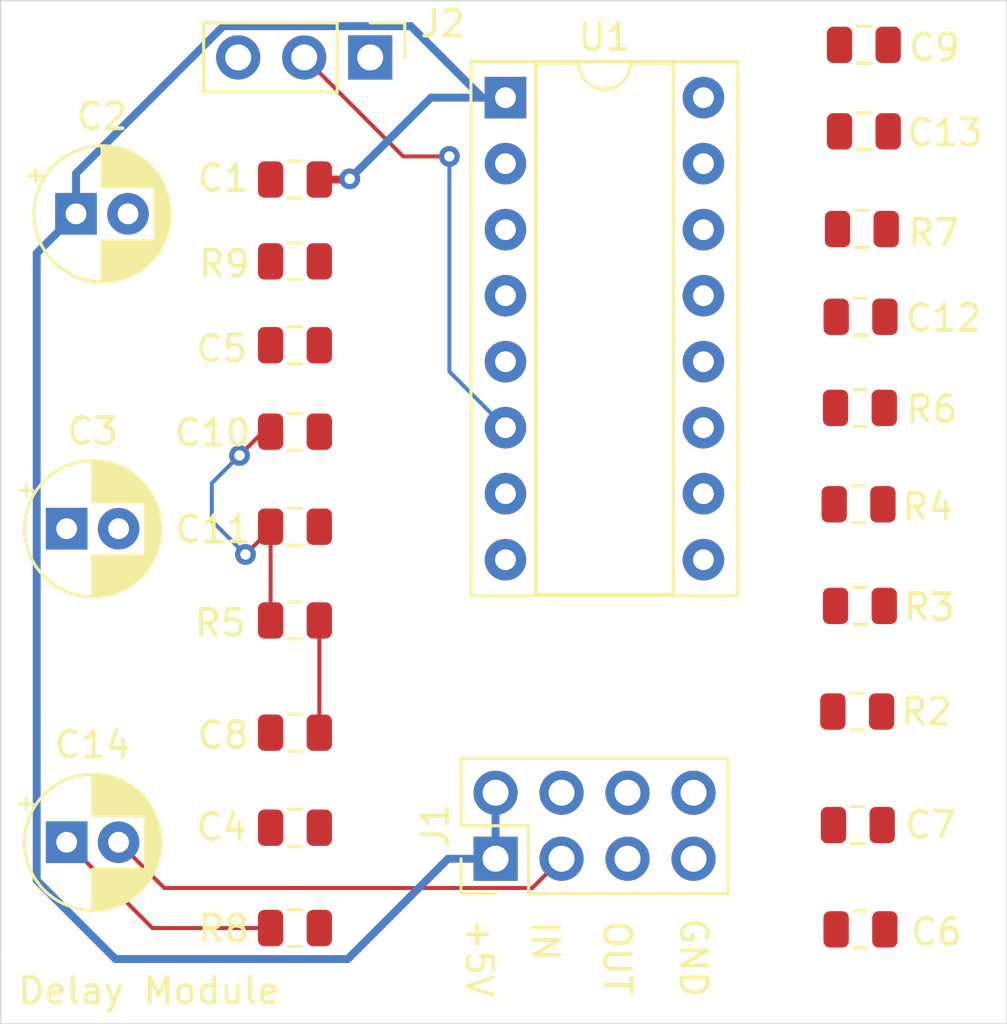
<source format=kicad_pcb>
(kicad_pcb (version 20171130) (host pcbnew "(5.1.6)-1")

  (general
    (thickness 1.6)
    (drawings 12)
    (tracks 38)
    (zones 0)
    (modules 25)
    (nets 23)
  )

  (page A4)
  (layers
    (0 F.Cu signal)
    (31 B.Cu signal)
    (32 B.Adhes user)
    (33 F.Adhes user)
    (34 B.Paste user)
    (35 F.Paste user)
    (36 B.SilkS user)
    (37 F.SilkS user)
    (38 B.Mask user)
    (39 F.Mask user)
    (40 Dwgs.User user)
    (41 Cmts.User user)
    (42 Eco1.User user)
    (43 Eco2.User user)
    (44 Edge.Cuts user)
    (45 Margin user)
    (46 B.CrtYd user)
    (47 F.CrtYd user)
    (48 B.Fab user)
    (49 F.Fab user)
  )

  (setup
    (last_trace_width 0.1524)
    (user_trace_width 0.1524)
    (user_trace_width 0.3048)
    (trace_clearance 0.2)
    (zone_clearance 0.508)
    (zone_45_only no)
    (trace_min 0.1)
    (via_size 0.8)
    (via_drill 0.4)
    (via_min_size 0.4)
    (via_min_drill 0.3)
    (uvia_size 0.3)
    (uvia_drill 0.1)
    (uvias_allowed no)
    (uvia_min_size 0.2)
    (uvia_min_drill 0.1)
    (edge_width 0.05)
    (segment_width 0.2)
    (pcb_text_width 0.3)
    (pcb_text_size 1.5 1.5)
    (mod_edge_width 0.12)
    (mod_text_size 1 1)
    (mod_text_width 0.15)
    (pad_size 1.524 1.524)
    (pad_drill 0.762)
    (pad_to_mask_clearance 0.05)
    (aux_axis_origin 0 0)
    (visible_elements 7FFDFFFF)
    (pcbplotparams
      (layerselection 0x010fc_ffffffff)
      (usegerberextensions false)
      (usegerberattributes true)
      (usegerberadvancedattributes true)
      (creategerberjobfile true)
      (excludeedgelayer true)
      (linewidth 0.100000)
      (plotframeref false)
      (viasonmask false)
      (mode 1)
      (useauxorigin false)
      (hpglpennumber 1)
      (hpglpenspeed 20)
      (hpglpendiameter 15.000000)
      (psnegative false)
      (psa4output false)
      (plotreference true)
      (plotvalue true)
      (plotinvisibletext false)
      (padsonsilk false)
      (subtractmaskfromsilk false)
      (outputformat 1)
      (mirror false)
      (drillshape 1)
      (scaleselection 1)
      (outputdirectory ""))
  )

  (net 0 "")
  (net 1 "Net-(C3-Pad1)")
  (net 2 "Net-(C4-Pad1)")
  (net 3 "Net-(C5-Pad1)")
  (net 4 "Net-(C6-Pad1)")
  (net 5 "Net-(C6-Pad2)")
  (net 6 "Net-(C7-Pad2)")
  (net 7 "Net-(C7-Pad1)")
  (net 8 "Net-(C8-Pad1)")
  (net 9 "Net-(C8-Pad2)")
  (net 10 "Net-(C9-Pad1)")
  (net 11 "Net-(C10-Pad1)")
  (net 12 Output)
  (net 13 "Net-(C12-Pad2)")
  (net 14 "Net-(C12-Pad1)")
  (net 15 "Net-(C13-Pad1)")
  (net 16 "Net-(C14-Pad1)")
  (net 17 Input)
  (net 18 +5V)
  (net 19 "Net-(U1-Pad5)")
  (net 20 GND)
  (net 21 "Net-(J2-Pad1)")
  (net 22 "Net-(J2-Pad2)")

  (net_class Default "This is the default net class."
    (clearance 0.2)
    (trace_width 0.25)
    (via_dia 0.8)
    (via_drill 0.4)
    (uvia_dia 0.3)
    (uvia_drill 0.1)
    (add_net +5V)
    (add_net GND)
    (add_net Input)
    (add_net "Net-(C10-Pad1)")
    (add_net "Net-(C12-Pad1)")
    (add_net "Net-(C12-Pad2)")
    (add_net "Net-(C13-Pad1)")
    (add_net "Net-(C14-Pad1)")
    (add_net "Net-(C3-Pad1)")
    (add_net "Net-(C4-Pad1)")
    (add_net "Net-(C5-Pad1)")
    (add_net "Net-(C6-Pad1)")
    (add_net "Net-(C6-Pad2)")
    (add_net "Net-(C7-Pad1)")
    (add_net "Net-(C7-Pad2)")
    (add_net "Net-(C8-Pad1)")
    (add_net "Net-(C8-Pad2)")
    (add_net "Net-(C9-Pad1)")
    (add_net "Net-(J2-Pad1)")
    (add_net "Net-(J2-Pad2)")
    (add_net "Net-(U1-Pad5)")
    (add_net Output)
  )

  (module Connector_PinHeader_2.54mm:PinHeader_2x04_P2.54mm_Vertical (layer F.Cu) (tedit 59FED5CC) (tstamp 624329A4)
    (at 128.905 94.615 90)
    (descr "Through hole straight pin header, 2x04, 2.54mm pitch, double rows")
    (tags "Through hole pin header THT 2x04 2.54mm double row")
    (path /624FA0E8)
    (fp_text reference J1 (at 1.27 -2.33 90) (layer F.SilkS)
      (effects (font (size 1 1) (thickness 0.15)))
    )
    (fp_text value Conn_02x04_Odd_Even (at 1.27 9.95 90) (layer F.Fab)
      (effects (font (size 1 1) (thickness 0.15)))
    )
    (fp_line (start 4.35 -1.8) (end -1.8 -1.8) (layer F.CrtYd) (width 0.05))
    (fp_line (start 4.35 9.4) (end 4.35 -1.8) (layer F.CrtYd) (width 0.05))
    (fp_line (start -1.8 9.4) (end 4.35 9.4) (layer F.CrtYd) (width 0.05))
    (fp_line (start -1.8 -1.8) (end -1.8 9.4) (layer F.CrtYd) (width 0.05))
    (fp_line (start -1.33 -1.33) (end 0 -1.33) (layer F.SilkS) (width 0.12))
    (fp_line (start -1.33 0) (end -1.33 -1.33) (layer F.SilkS) (width 0.12))
    (fp_line (start 1.27 -1.33) (end 3.87 -1.33) (layer F.SilkS) (width 0.12))
    (fp_line (start 1.27 1.27) (end 1.27 -1.33) (layer F.SilkS) (width 0.12))
    (fp_line (start -1.33 1.27) (end 1.27 1.27) (layer F.SilkS) (width 0.12))
    (fp_line (start 3.87 -1.33) (end 3.87 8.95) (layer F.SilkS) (width 0.12))
    (fp_line (start -1.33 1.27) (end -1.33 8.95) (layer F.SilkS) (width 0.12))
    (fp_line (start -1.33 8.95) (end 3.87 8.95) (layer F.SilkS) (width 0.12))
    (fp_line (start -1.27 0) (end 0 -1.27) (layer F.Fab) (width 0.1))
    (fp_line (start -1.27 8.89) (end -1.27 0) (layer F.Fab) (width 0.1))
    (fp_line (start 3.81 8.89) (end -1.27 8.89) (layer F.Fab) (width 0.1))
    (fp_line (start 3.81 -1.27) (end 3.81 8.89) (layer F.Fab) (width 0.1))
    (fp_line (start 0 -1.27) (end 3.81 -1.27) (layer F.Fab) (width 0.1))
    (fp_text user %R (at 1.27 3.81) (layer F.Fab)
      (effects (font (size 1 1) (thickness 0.15)))
    )
    (pad 8 thru_hole oval (at 2.54 7.62 90) (size 1.7 1.7) (drill 1) (layers *.Cu *.Mask)
      (net 20 GND))
    (pad 7 thru_hole oval (at 0 7.62 90) (size 1.7 1.7) (drill 1) (layers *.Cu *.Mask)
      (net 20 GND))
    (pad 6 thru_hole oval (at 2.54 5.08 90) (size 1.7 1.7) (drill 1) (layers *.Cu *.Mask)
      (net 12 Output))
    (pad 5 thru_hole oval (at 0 5.08 90) (size 1.7 1.7) (drill 1) (layers *.Cu *.Mask)
      (net 12 Output))
    (pad 4 thru_hole oval (at 2.54 2.54 90) (size 1.7 1.7) (drill 1) (layers *.Cu *.Mask)
      (net 17 Input))
    (pad 3 thru_hole oval (at 0 2.54 90) (size 1.7 1.7) (drill 1) (layers *.Cu *.Mask)
      (net 17 Input))
    (pad 2 thru_hole oval (at 2.54 0 90) (size 1.7 1.7) (drill 1) (layers *.Cu *.Mask)
      (net 18 +5V))
    (pad 1 thru_hole rect (at 0 0 90) (size 1.7 1.7) (drill 1) (layers *.Cu *.Mask)
      (net 18 +5V))
    (model ${KISYS3DMOD}/Connector_PinHeader_2.54mm.3dshapes/PinHeader_2x04_P2.54mm_Vertical.wrl
      (at (xyz 0 0 0))
      (scale (xyz 1 1 1))
      (rotate (xyz 0 0 0))
    )
  )

  (module Capacitor_SMD:C_0805_2012Metric (layer F.Cu) (tedit 5B36C52B) (tstamp 62427CC0)
    (at 121.1834 68.4784 180)
    (descr "Capacitor SMD 0805 (2012 Metric), square (rectangular) end terminal, IPC_7351 nominal, (Body size source: https://docs.google.com/spreadsheets/d/1BsfQQcO9C6DZCsRaXUlFlo91Tg2WpOkGARC1WS5S8t0/edit?usp=sharing), generated with kicad-footprint-generator")
    (tags capacitor)
    (path /6241598C)
    (attr smd)
    (fp_text reference C1 (at 2.7663 0.0508) (layer F.SilkS)
      (effects (font (size 1 1) (thickness 0.15)))
    )
    (fp_text value .1uF (at 0 1.65) (layer F.Fab)
      (effects (font (size 1 1) (thickness 0.15)))
    )
    (fp_line (start -1 0.6) (end -1 -0.6) (layer F.Fab) (width 0.1))
    (fp_line (start -1 -0.6) (end 1 -0.6) (layer F.Fab) (width 0.1))
    (fp_line (start 1 -0.6) (end 1 0.6) (layer F.Fab) (width 0.1))
    (fp_line (start 1 0.6) (end -1 0.6) (layer F.Fab) (width 0.1))
    (fp_line (start -0.258578 -0.71) (end 0.258578 -0.71) (layer F.SilkS) (width 0.12))
    (fp_line (start -0.258578 0.71) (end 0.258578 0.71) (layer F.SilkS) (width 0.12))
    (fp_line (start -1.68 0.95) (end -1.68 -0.95) (layer F.CrtYd) (width 0.05))
    (fp_line (start -1.68 -0.95) (end 1.68 -0.95) (layer F.CrtYd) (width 0.05))
    (fp_line (start 1.68 -0.95) (end 1.68 0.95) (layer F.CrtYd) (width 0.05))
    (fp_line (start 1.68 0.95) (end -1.68 0.95) (layer F.CrtYd) (width 0.05))
    (fp_text user %R (at 0 0) (layer F.Fab)
      (effects (font (size 0.5 0.5) (thickness 0.08)))
    )
    (pad 1 smd roundrect (at -0.9375 0 180) (size 0.975 1.4) (layers F.Cu F.Paste F.Mask) (roundrect_rratio 0.25)
      (net 18 +5V))
    (pad 2 smd roundrect (at 0.9375 0 180) (size 0.975 1.4) (layers F.Cu F.Paste F.Mask) (roundrect_rratio 0.25)
      (net 20 GND))
    (model ${KISYS3DMOD}/Capacitor_SMD.3dshapes/C_0805_2012Metric.wrl
      (at (xyz 0 0 0))
      (scale (xyz 1 1 1))
      (rotate (xyz 0 0 0))
    )
  )

  (module Capacitor_THT:CP_Radial_D5.0mm_P2.00mm (layer F.Cu) (tedit 5AE50EF0) (tstamp 62427D43)
    (at 112.7572 69.7992)
    (descr "CP, Radial series, Radial, pin pitch=2.00mm, , diameter=5mm, Electrolytic Capacitor")
    (tags "CP Radial series Radial pin pitch 2.00mm  diameter 5mm Electrolytic Capacitor")
    (path /624161AB)
    (fp_text reference C2 (at 1 -3.75) (layer F.SilkS)
      (effects (font (size 1 1) (thickness 0.15)))
    )
    (fp_text value 100uF (at 1 3.75) (layer F.Fab)
      (effects (font (size 1 1) (thickness 0.15)))
    )
    (fp_circle (center 1 0) (end 3.5 0) (layer F.Fab) (width 0.1))
    (fp_circle (center 1 0) (end 3.62 0) (layer F.SilkS) (width 0.12))
    (fp_circle (center 1 0) (end 3.75 0) (layer F.CrtYd) (width 0.05))
    (fp_line (start -1.133605 -1.0875) (end -0.633605 -1.0875) (layer F.Fab) (width 0.1))
    (fp_line (start -0.883605 -1.3375) (end -0.883605 -0.8375) (layer F.Fab) (width 0.1))
    (fp_line (start 1 1.04) (end 1 2.58) (layer F.SilkS) (width 0.12))
    (fp_line (start 1 -2.58) (end 1 -1.04) (layer F.SilkS) (width 0.12))
    (fp_line (start 1.04 1.04) (end 1.04 2.58) (layer F.SilkS) (width 0.12))
    (fp_line (start 1.04 -2.58) (end 1.04 -1.04) (layer F.SilkS) (width 0.12))
    (fp_line (start 1.08 -2.579) (end 1.08 -1.04) (layer F.SilkS) (width 0.12))
    (fp_line (start 1.08 1.04) (end 1.08 2.579) (layer F.SilkS) (width 0.12))
    (fp_line (start 1.12 -2.578) (end 1.12 -1.04) (layer F.SilkS) (width 0.12))
    (fp_line (start 1.12 1.04) (end 1.12 2.578) (layer F.SilkS) (width 0.12))
    (fp_line (start 1.16 -2.576) (end 1.16 -1.04) (layer F.SilkS) (width 0.12))
    (fp_line (start 1.16 1.04) (end 1.16 2.576) (layer F.SilkS) (width 0.12))
    (fp_line (start 1.2 -2.573) (end 1.2 -1.04) (layer F.SilkS) (width 0.12))
    (fp_line (start 1.2 1.04) (end 1.2 2.573) (layer F.SilkS) (width 0.12))
    (fp_line (start 1.24 -2.569) (end 1.24 -1.04) (layer F.SilkS) (width 0.12))
    (fp_line (start 1.24 1.04) (end 1.24 2.569) (layer F.SilkS) (width 0.12))
    (fp_line (start 1.28 -2.565) (end 1.28 -1.04) (layer F.SilkS) (width 0.12))
    (fp_line (start 1.28 1.04) (end 1.28 2.565) (layer F.SilkS) (width 0.12))
    (fp_line (start 1.32 -2.561) (end 1.32 -1.04) (layer F.SilkS) (width 0.12))
    (fp_line (start 1.32 1.04) (end 1.32 2.561) (layer F.SilkS) (width 0.12))
    (fp_line (start 1.36 -2.556) (end 1.36 -1.04) (layer F.SilkS) (width 0.12))
    (fp_line (start 1.36 1.04) (end 1.36 2.556) (layer F.SilkS) (width 0.12))
    (fp_line (start 1.4 -2.55) (end 1.4 -1.04) (layer F.SilkS) (width 0.12))
    (fp_line (start 1.4 1.04) (end 1.4 2.55) (layer F.SilkS) (width 0.12))
    (fp_line (start 1.44 -2.543) (end 1.44 -1.04) (layer F.SilkS) (width 0.12))
    (fp_line (start 1.44 1.04) (end 1.44 2.543) (layer F.SilkS) (width 0.12))
    (fp_line (start 1.48 -2.536) (end 1.48 -1.04) (layer F.SilkS) (width 0.12))
    (fp_line (start 1.48 1.04) (end 1.48 2.536) (layer F.SilkS) (width 0.12))
    (fp_line (start 1.52 -2.528) (end 1.52 -1.04) (layer F.SilkS) (width 0.12))
    (fp_line (start 1.52 1.04) (end 1.52 2.528) (layer F.SilkS) (width 0.12))
    (fp_line (start 1.56 -2.52) (end 1.56 -1.04) (layer F.SilkS) (width 0.12))
    (fp_line (start 1.56 1.04) (end 1.56 2.52) (layer F.SilkS) (width 0.12))
    (fp_line (start 1.6 -2.511) (end 1.6 -1.04) (layer F.SilkS) (width 0.12))
    (fp_line (start 1.6 1.04) (end 1.6 2.511) (layer F.SilkS) (width 0.12))
    (fp_line (start 1.64 -2.501) (end 1.64 -1.04) (layer F.SilkS) (width 0.12))
    (fp_line (start 1.64 1.04) (end 1.64 2.501) (layer F.SilkS) (width 0.12))
    (fp_line (start 1.68 -2.491) (end 1.68 -1.04) (layer F.SilkS) (width 0.12))
    (fp_line (start 1.68 1.04) (end 1.68 2.491) (layer F.SilkS) (width 0.12))
    (fp_line (start 1.721 -2.48) (end 1.721 -1.04) (layer F.SilkS) (width 0.12))
    (fp_line (start 1.721 1.04) (end 1.721 2.48) (layer F.SilkS) (width 0.12))
    (fp_line (start 1.761 -2.468) (end 1.761 -1.04) (layer F.SilkS) (width 0.12))
    (fp_line (start 1.761 1.04) (end 1.761 2.468) (layer F.SilkS) (width 0.12))
    (fp_line (start 1.801 -2.455) (end 1.801 -1.04) (layer F.SilkS) (width 0.12))
    (fp_line (start 1.801 1.04) (end 1.801 2.455) (layer F.SilkS) (width 0.12))
    (fp_line (start 1.841 -2.442) (end 1.841 -1.04) (layer F.SilkS) (width 0.12))
    (fp_line (start 1.841 1.04) (end 1.841 2.442) (layer F.SilkS) (width 0.12))
    (fp_line (start 1.881 -2.428) (end 1.881 -1.04) (layer F.SilkS) (width 0.12))
    (fp_line (start 1.881 1.04) (end 1.881 2.428) (layer F.SilkS) (width 0.12))
    (fp_line (start 1.921 -2.414) (end 1.921 -1.04) (layer F.SilkS) (width 0.12))
    (fp_line (start 1.921 1.04) (end 1.921 2.414) (layer F.SilkS) (width 0.12))
    (fp_line (start 1.961 -2.398) (end 1.961 -1.04) (layer F.SilkS) (width 0.12))
    (fp_line (start 1.961 1.04) (end 1.961 2.398) (layer F.SilkS) (width 0.12))
    (fp_line (start 2.001 -2.382) (end 2.001 -1.04) (layer F.SilkS) (width 0.12))
    (fp_line (start 2.001 1.04) (end 2.001 2.382) (layer F.SilkS) (width 0.12))
    (fp_line (start 2.041 -2.365) (end 2.041 -1.04) (layer F.SilkS) (width 0.12))
    (fp_line (start 2.041 1.04) (end 2.041 2.365) (layer F.SilkS) (width 0.12))
    (fp_line (start 2.081 -2.348) (end 2.081 -1.04) (layer F.SilkS) (width 0.12))
    (fp_line (start 2.081 1.04) (end 2.081 2.348) (layer F.SilkS) (width 0.12))
    (fp_line (start 2.121 -2.329) (end 2.121 -1.04) (layer F.SilkS) (width 0.12))
    (fp_line (start 2.121 1.04) (end 2.121 2.329) (layer F.SilkS) (width 0.12))
    (fp_line (start 2.161 -2.31) (end 2.161 -1.04) (layer F.SilkS) (width 0.12))
    (fp_line (start 2.161 1.04) (end 2.161 2.31) (layer F.SilkS) (width 0.12))
    (fp_line (start 2.201 -2.29) (end 2.201 -1.04) (layer F.SilkS) (width 0.12))
    (fp_line (start 2.201 1.04) (end 2.201 2.29) (layer F.SilkS) (width 0.12))
    (fp_line (start 2.241 -2.268) (end 2.241 -1.04) (layer F.SilkS) (width 0.12))
    (fp_line (start 2.241 1.04) (end 2.241 2.268) (layer F.SilkS) (width 0.12))
    (fp_line (start 2.281 -2.247) (end 2.281 -1.04) (layer F.SilkS) (width 0.12))
    (fp_line (start 2.281 1.04) (end 2.281 2.247) (layer F.SilkS) (width 0.12))
    (fp_line (start 2.321 -2.224) (end 2.321 -1.04) (layer F.SilkS) (width 0.12))
    (fp_line (start 2.321 1.04) (end 2.321 2.224) (layer F.SilkS) (width 0.12))
    (fp_line (start 2.361 -2.2) (end 2.361 -1.04) (layer F.SilkS) (width 0.12))
    (fp_line (start 2.361 1.04) (end 2.361 2.2) (layer F.SilkS) (width 0.12))
    (fp_line (start 2.401 -2.175) (end 2.401 -1.04) (layer F.SilkS) (width 0.12))
    (fp_line (start 2.401 1.04) (end 2.401 2.175) (layer F.SilkS) (width 0.12))
    (fp_line (start 2.441 -2.149) (end 2.441 -1.04) (layer F.SilkS) (width 0.12))
    (fp_line (start 2.441 1.04) (end 2.441 2.149) (layer F.SilkS) (width 0.12))
    (fp_line (start 2.481 -2.122) (end 2.481 -1.04) (layer F.SilkS) (width 0.12))
    (fp_line (start 2.481 1.04) (end 2.481 2.122) (layer F.SilkS) (width 0.12))
    (fp_line (start 2.521 -2.095) (end 2.521 -1.04) (layer F.SilkS) (width 0.12))
    (fp_line (start 2.521 1.04) (end 2.521 2.095) (layer F.SilkS) (width 0.12))
    (fp_line (start 2.561 -2.065) (end 2.561 -1.04) (layer F.SilkS) (width 0.12))
    (fp_line (start 2.561 1.04) (end 2.561 2.065) (layer F.SilkS) (width 0.12))
    (fp_line (start 2.601 -2.035) (end 2.601 -1.04) (layer F.SilkS) (width 0.12))
    (fp_line (start 2.601 1.04) (end 2.601 2.035) (layer F.SilkS) (width 0.12))
    (fp_line (start 2.641 -2.004) (end 2.641 -1.04) (layer F.SilkS) (width 0.12))
    (fp_line (start 2.641 1.04) (end 2.641 2.004) (layer F.SilkS) (width 0.12))
    (fp_line (start 2.681 -1.971) (end 2.681 -1.04) (layer F.SilkS) (width 0.12))
    (fp_line (start 2.681 1.04) (end 2.681 1.971) (layer F.SilkS) (width 0.12))
    (fp_line (start 2.721 -1.937) (end 2.721 -1.04) (layer F.SilkS) (width 0.12))
    (fp_line (start 2.721 1.04) (end 2.721 1.937) (layer F.SilkS) (width 0.12))
    (fp_line (start 2.761 -1.901) (end 2.761 -1.04) (layer F.SilkS) (width 0.12))
    (fp_line (start 2.761 1.04) (end 2.761 1.901) (layer F.SilkS) (width 0.12))
    (fp_line (start 2.801 -1.864) (end 2.801 -1.04) (layer F.SilkS) (width 0.12))
    (fp_line (start 2.801 1.04) (end 2.801 1.864) (layer F.SilkS) (width 0.12))
    (fp_line (start 2.841 -1.826) (end 2.841 -1.04) (layer F.SilkS) (width 0.12))
    (fp_line (start 2.841 1.04) (end 2.841 1.826) (layer F.SilkS) (width 0.12))
    (fp_line (start 2.881 -1.785) (end 2.881 -1.04) (layer F.SilkS) (width 0.12))
    (fp_line (start 2.881 1.04) (end 2.881 1.785) (layer F.SilkS) (width 0.12))
    (fp_line (start 2.921 -1.743) (end 2.921 -1.04) (layer F.SilkS) (width 0.12))
    (fp_line (start 2.921 1.04) (end 2.921 1.743) (layer F.SilkS) (width 0.12))
    (fp_line (start 2.961 -1.699) (end 2.961 -1.04) (layer F.SilkS) (width 0.12))
    (fp_line (start 2.961 1.04) (end 2.961 1.699) (layer F.SilkS) (width 0.12))
    (fp_line (start 3.001 -1.653) (end 3.001 -1.04) (layer F.SilkS) (width 0.12))
    (fp_line (start 3.001 1.04) (end 3.001 1.653) (layer F.SilkS) (width 0.12))
    (fp_line (start 3.041 -1.605) (end 3.041 1.605) (layer F.SilkS) (width 0.12))
    (fp_line (start 3.081 -1.554) (end 3.081 1.554) (layer F.SilkS) (width 0.12))
    (fp_line (start 3.121 -1.5) (end 3.121 1.5) (layer F.SilkS) (width 0.12))
    (fp_line (start 3.161 -1.443) (end 3.161 1.443) (layer F.SilkS) (width 0.12))
    (fp_line (start 3.201 -1.383) (end 3.201 1.383) (layer F.SilkS) (width 0.12))
    (fp_line (start 3.241 -1.319) (end 3.241 1.319) (layer F.SilkS) (width 0.12))
    (fp_line (start 3.281 -1.251) (end 3.281 1.251) (layer F.SilkS) (width 0.12))
    (fp_line (start 3.321 -1.178) (end 3.321 1.178) (layer F.SilkS) (width 0.12))
    (fp_line (start 3.361 -1.098) (end 3.361 1.098) (layer F.SilkS) (width 0.12))
    (fp_line (start 3.401 -1.011) (end 3.401 1.011) (layer F.SilkS) (width 0.12))
    (fp_line (start 3.441 -0.915) (end 3.441 0.915) (layer F.SilkS) (width 0.12))
    (fp_line (start 3.481 -0.805) (end 3.481 0.805) (layer F.SilkS) (width 0.12))
    (fp_line (start 3.521 -0.677) (end 3.521 0.677) (layer F.SilkS) (width 0.12))
    (fp_line (start 3.561 -0.518) (end 3.561 0.518) (layer F.SilkS) (width 0.12))
    (fp_line (start 3.601 -0.284) (end 3.601 0.284) (layer F.SilkS) (width 0.12))
    (fp_line (start -1.804775 -1.475) (end -1.304775 -1.475) (layer F.SilkS) (width 0.12))
    (fp_line (start -1.554775 -1.725) (end -1.554775 -1.225) (layer F.SilkS) (width 0.12))
    (fp_text user %R (at 1 0) (layer F.Fab)
      (effects (font (size 1 1) (thickness 0.15)))
    )
    (pad 1 thru_hole rect (at 0 0) (size 1.6 1.6) (drill 0.8) (layers *.Cu *.Mask)
      (net 18 +5V))
    (pad 2 thru_hole circle (at 2 0) (size 1.6 1.6) (drill 0.8) (layers *.Cu *.Mask)
      (net 20 GND))
    (model ${KISYS3DMOD}/Capacitor_THT.3dshapes/CP_Radial_D5.0mm_P2.00mm.wrl
      (at (xyz 0 0 0))
      (scale (xyz 1 1 1))
      (rotate (xyz 0 0 0))
    )
  )

  (module Capacitor_THT:CP_Radial_D5.0mm_P2.00mm (layer F.Cu) (tedit 5AE50EF0) (tstamp 62427DC6)
    (at 112.395 81.915)
    (descr "CP, Radial series, Radial, pin pitch=2.00mm, , diameter=5mm, Electrolytic Capacitor")
    (tags "CP Radial series Radial pin pitch 2.00mm  diameter 5mm Electrolytic Capacitor")
    (path /6241DA49)
    (fp_text reference C3 (at 1 -3.75) (layer F.SilkS)
      (effects (font (size 1 1) (thickness 0.15)))
    )
    (fp_text value 47uF (at 1 3.75) (layer F.Fab)
      (effects (font (size 1 1) (thickness 0.15)))
    )
    (fp_line (start -1.554775 -1.725) (end -1.554775 -1.225) (layer F.SilkS) (width 0.12))
    (fp_line (start -1.804775 -1.475) (end -1.304775 -1.475) (layer F.SilkS) (width 0.12))
    (fp_line (start 3.601 -0.284) (end 3.601 0.284) (layer F.SilkS) (width 0.12))
    (fp_line (start 3.561 -0.518) (end 3.561 0.518) (layer F.SilkS) (width 0.12))
    (fp_line (start 3.521 -0.677) (end 3.521 0.677) (layer F.SilkS) (width 0.12))
    (fp_line (start 3.481 -0.805) (end 3.481 0.805) (layer F.SilkS) (width 0.12))
    (fp_line (start 3.441 -0.915) (end 3.441 0.915) (layer F.SilkS) (width 0.12))
    (fp_line (start 3.401 -1.011) (end 3.401 1.011) (layer F.SilkS) (width 0.12))
    (fp_line (start 3.361 -1.098) (end 3.361 1.098) (layer F.SilkS) (width 0.12))
    (fp_line (start 3.321 -1.178) (end 3.321 1.178) (layer F.SilkS) (width 0.12))
    (fp_line (start 3.281 -1.251) (end 3.281 1.251) (layer F.SilkS) (width 0.12))
    (fp_line (start 3.241 -1.319) (end 3.241 1.319) (layer F.SilkS) (width 0.12))
    (fp_line (start 3.201 -1.383) (end 3.201 1.383) (layer F.SilkS) (width 0.12))
    (fp_line (start 3.161 -1.443) (end 3.161 1.443) (layer F.SilkS) (width 0.12))
    (fp_line (start 3.121 -1.5) (end 3.121 1.5) (layer F.SilkS) (width 0.12))
    (fp_line (start 3.081 -1.554) (end 3.081 1.554) (layer F.SilkS) (width 0.12))
    (fp_line (start 3.041 -1.605) (end 3.041 1.605) (layer F.SilkS) (width 0.12))
    (fp_line (start 3.001 1.04) (end 3.001 1.653) (layer F.SilkS) (width 0.12))
    (fp_line (start 3.001 -1.653) (end 3.001 -1.04) (layer F.SilkS) (width 0.12))
    (fp_line (start 2.961 1.04) (end 2.961 1.699) (layer F.SilkS) (width 0.12))
    (fp_line (start 2.961 -1.699) (end 2.961 -1.04) (layer F.SilkS) (width 0.12))
    (fp_line (start 2.921 1.04) (end 2.921 1.743) (layer F.SilkS) (width 0.12))
    (fp_line (start 2.921 -1.743) (end 2.921 -1.04) (layer F.SilkS) (width 0.12))
    (fp_line (start 2.881 1.04) (end 2.881 1.785) (layer F.SilkS) (width 0.12))
    (fp_line (start 2.881 -1.785) (end 2.881 -1.04) (layer F.SilkS) (width 0.12))
    (fp_line (start 2.841 1.04) (end 2.841 1.826) (layer F.SilkS) (width 0.12))
    (fp_line (start 2.841 -1.826) (end 2.841 -1.04) (layer F.SilkS) (width 0.12))
    (fp_line (start 2.801 1.04) (end 2.801 1.864) (layer F.SilkS) (width 0.12))
    (fp_line (start 2.801 -1.864) (end 2.801 -1.04) (layer F.SilkS) (width 0.12))
    (fp_line (start 2.761 1.04) (end 2.761 1.901) (layer F.SilkS) (width 0.12))
    (fp_line (start 2.761 -1.901) (end 2.761 -1.04) (layer F.SilkS) (width 0.12))
    (fp_line (start 2.721 1.04) (end 2.721 1.937) (layer F.SilkS) (width 0.12))
    (fp_line (start 2.721 -1.937) (end 2.721 -1.04) (layer F.SilkS) (width 0.12))
    (fp_line (start 2.681 1.04) (end 2.681 1.971) (layer F.SilkS) (width 0.12))
    (fp_line (start 2.681 -1.971) (end 2.681 -1.04) (layer F.SilkS) (width 0.12))
    (fp_line (start 2.641 1.04) (end 2.641 2.004) (layer F.SilkS) (width 0.12))
    (fp_line (start 2.641 -2.004) (end 2.641 -1.04) (layer F.SilkS) (width 0.12))
    (fp_line (start 2.601 1.04) (end 2.601 2.035) (layer F.SilkS) (width 0.12))
    (fp_line (start 2.601 -2.035) (end 2.601 -1.04) (layer F.SilkS) (width 0.12))
    (fp_line (start 2.561 1.04) (end 2.561 2.065) (layer F.SilkS) (width 0.12))
    (fp_line (start 2.561 -2.065) (end 2.561 -1.04) (layer F.SilkS) (width 0.12))
    (fp_line (start 2.521 1.04) (end 2.521 2.095) (layer F.SilkS) (width 0.12))
    (fp_line (start 2.521 -2.095) (end 2.521 -1.04) (layer F.SilkS) (width 0.12))
    (fp_line (start 2.481 1.04) (end 2.481 2.122) (layer F.SilkS) (width 0.12))
    (fp_line (start 2.481 -2.122) (end 2.481 -1.04) (layer F.SilkS) (width 0.12))
    (fp_line (start 2.441 1.04) (end 2.441 2.149) (layer F.SilkS) (width 0.12))
    (fp_line (start 2.441 -2.149) (end 2.441 -1.04) (layer F.SilkS) (width 0.12))
    (fp_line (start 2.401 1.04) (end 2.401 2.175) (layer F.SilkS) (width 0.12))
    (fp_line (start 2.401 -2.175) (end 2.401 -1.04) (layer F.SilkS) (width 0.12))
    (fp_line (start 2.361 1.04) (end 2.361 2.2) (layer F.SilkS) (width 0.12))
    (fp_line (start 2.361 -2.2) (end 2.361 -1.04) (layer F.SilkS) (width 0.12))
    (fp_line (start 2.321 1.04) (end 2.321 2.224) (layer F.SilkS) (width 0.12))
    (fp_line (start 2.321 -2.224) (end 2.321 -1.04) (layer F.SilkS) (width 0.12))
    (fp_line (start 2.281 1.04) (end 2.281 2.247) (layer F.SilkS) (width 0.12))
    (fp_line (start 2.281 -2.247) (end 2.281 -1.04) (layer F.SilkS) (width 0.12))
    (fp_line (start 2.241 1.04) (end 2.241 2.268) (layer F.SilkS) (width 0.12))
    (fp_line (start 2.241 -2.268) (end 2.241 -1.04) (layer F.SilkS) (width 0.12))
    (fp_line (start 2.201 1.04) (end 2.201 2.29) (layer F.SilkS) (width 0.12))
    (fp_line (start 2.201 -2.29) (end 2.201 -1.04) (layer F.SilkS) (width 0.12))
    (fp_line (start 2.161 1.04) (end 2.161 2.31) (layer F.SilkS) (width 0.12))
    (fp_line (start 2.161 -2.31) (end 2.161 -1.04) (layer F.SilkS) (width 0.12))
    (fp_line (start 2.121 1.04) (end 2.121 2.329) (layer F.SilkS) (width 0.12))
    (fp_line (start 2.121 -2.329) (end 2.121 -1.04) (layer F.SilkS) (width 0.12))
    (fp_line (start 2.081 1.04) (end 2.081 2.348) (layer F.SilkS) (width 0.12))
    (fp_line (start 2.081 -2.348) (end 2.081 -1.04) (layer F.SilkS) (width 0.12))
    (fp_line (start 2.041 1.04) (end 2.041 2.365) (layer F.SilkS) (width 0.12))
    (fp_line (start 2.041 -2.365) (end 2.041 -1.04) (layer F.SilkS) (width 0.12))
    (fp_line (start 2.001 1.04) (end 2.001 2.382) (layer F.SilkS) (width 0.12))
    (fp_line (start 2.001 -2.382) (end 2.001 -1.04) (layer F.SilkS) (width 0.12))
    (fp_line (start 1.961 1.04) (end 1.961 2.398) (layer F.SilkS) (width 0.12))
    (fp_line (start 1.961 -2.398) (end 1.961 -1.04) (layer F.SilkS) (width 0.12))
    (fp_line (start 1.921 1.04) (end 1.921 2.414) (layer F.SilkS) (width 0.12))
    (fp_line (start 1.921 -2.414) (end 1.921 -1.04) (layer F.SilkS) (width 0.12))
    (fp_line (start 1.881 1.04) (end 1.881 2.428) (layer F.SilkS) (width 0.12))
    (fp_line (start 1.881 -2.428) (end 1.881 -1.04) (layer F.SilkS) (width 0.12))
    (fp_line (start 1.841 1.04) (end 1.841 2.442) (layer F.SilkS) (width 0.12))
    (fp_line (start 1.841 -2.442) (end 1.841 -1.04) (layer F.SilkS) (width 0.12))
    (fp_line (start 1.801 1.04) (end 1.801 2.455) (layer F.SilkS) (width 0.12))
    (fp_line (start 1.801 -2.455) (end 1.801 -1.04) (layer F.SilkS) (width 0.12))
    (fp_line (start 1.761 1.04) (end 1.761 2.468) (layer F.SilkS) (width 0.12))
    (fp_line (start 1.761 -2.468) (end 1.761 -1.04) (layer F.SilkS) (width 0.12))
    (fp_line (start 1.721 1.04) (end 1.721 2.48) (layer F.SilkS) (width 0.12))
    (fp_line (start 1.721 -2.48) (end 1.721 -1.04) (layer F.SilkS) (width 0.12))
    (fp_line (start 1.68 1.04) (end 1.68 2.491) (layer F.SilkS) (width 0.12))
    (fp_line (start 1.68 -2.491) (end 1.68 -1.04) (layer F.SilkS) (width 0.12))
    (fp_line (start 1.64 1.04) (end 1.64 2.501) (layer F.SilkS) (width 0.12))
    (fp_line (start 1.64 -2.501) (end 1.64 -1.04) (layer F.SilkS) (width 0.12))
    (fp_line (start 1.6 1.04) (end 1.6 2.511) (layer F.SilkS) (width 0.12))
    (fp_line (start 1.6 -2.511) (end 1.6 -1.04) (layer F.SilkS) (width 0.12))
    (fp_line (start 1.56 1.04) (end 1.56 2.52) (layer F.SilkS) (width 0.12))
    (fp_line (start 1.56 -2.52) (end 1.56 -1.04) (layer F.SilkS) (width 0.12))
    (fp_line (start 1.52 1.04) (end 1.52 2.528) (layer F.SilkS) (width 0.12))
    (fp_line (start 1.52 -2.528) (end 1.52 -1.04) (layer F.SilkS) (width 0.12))
    (fp_line (start 1.48 1.04) (end 1.48 2.536) (layer F.SilkS) (width 0.12))
    (fp_line (start 1.48 -2.536) (end 1.48 -1.04) (layer F.SilkS) (width 0.12))
    (fp_line (start 1.44 1.04) (end 1.44 2.543) (layer F.SilkS) (width 0.12))
    (fp_line (start 1.44 -2.543) (end 1.44 -1.04) (layer F.SilkS) (width 0.12))
    (fp_line (start 1.4 1.04) (end 1.4 2.55) (layer F.SilkS) (width 0.12))
    (fp_line (start 1.4 -2.55) (end 1.4 -1.04) (layer F.SilkS) (width 0.12))
    (fp_line (start 1.36 1.04) (end 1.36 2.556) (layer F.SilkS) (width 0.12))
    (fp_line (start 1.36 -2.556) (end 1.36 -1.04) (layer F.SilkS) (width 0.12))
    (fp_line (start 1.32 1.04) (end 1.32 2.561) (layer F.SilkS) (width 0.12))
    (fp_line (start 1.32 -2.561) (end 1.32 -1.04) (layer F.SilkS) (width 0.12))
    (fp_line (start 1.28 1.04) (end 1.28 2.565) (layer F.SilkS) (width 0.12))
    (fp_line (start 1.28 -2.565) (end 1.28 -1.04) (layer F.SilkS) (width 0.12))
    (fp_line (start 1.24 1.04) (end 1.24 2.569) (layer F.SilkS) (width 0.12))
    (fp_line (start 1.24 -2.569) (end 1.24 -1.04) (layer F.SilkS) (width 0.12))
    (fp_line (start 1.2 1.04) (end 1.2 2.573) (layer F.SilkS) (width 0.12))
    (fp_line (start 1.2 -2.573) (end 1.2 -1.04) (layer F.SilkS) (width 0.12))
    (fp_line (start 1.16 1.04) (end 1.16 2.576) (layer F.SilkS) (width 0.12))
    (fp_line (start 1.16 -2.576) (end 1.16 -1.04) (layer F.SilkS) (width 0.12))
    (fp_line (start 1.12 1.04) (end 1.12 2.578) (layer F.SilkS) (width 0.12))
    (fp_line (start 1.12 -2.578) (end 1.12 -1.04) (layer F.SilkS) (width 0.12))
    (fp_line (start 1.08 1.04) (end 1.08 2.579) (layer F.SilkS) (width 0.12))
    (fp_line (start 1.08 -2.579) (end 1.08 -1.04) (layer F.SilkS) (width 0.12))
    (fp_line (start 1.04 -2.58) (end 1.04 -1.04) (layer F.SilkS) (width 0.12))
    (fp_line (start 1.04 1.04) (end 1.04 2.58) (layer F.SilkS) (width 0.12))
    (fp_line (start 1 -2.58) (end 1 -1.04) (layer F.SilkS) (width 0.12))
    (fp_line (start 1 1.04) (end 1 2.58) (layer F.SilkS) (width 0.12))
    (fp_line (start -0.883605 -1.3375) (end -0.883605 -0.8375) (layer F.Fab) (width 0.1))
    (fp_line (start -1.133605 -1.0875) (end -0.633605 -1.0875) (layer F.Fab) (width 0.1))
    (fp_circle (center 1 0) (end 3.75 0) (layer F.CrtYd) (width 0.05))
    (fp_circle (center 1 0) (end 3.62 0) (layer F.SilkS) (width 0.12))
    (fp_circle (center 1 0) (end 3.5 0) (layer F.Fab) (width 0.1))
    (fp_text user %R (at 1 0) (layer F.Fab)
      (effects (font (size 1 1) (thickness 0.15)))
    )
    (pad 2 thru_hole circle (at 2 0) (size 1.6 1.6) (drill 0.8) (layers *.Cu *.Mask)
      (net 20 GND))
    (pad 1 thru_hole rect (at 0 0) (size 1.6 1.6) (drill 0.8) (layers *.Cu *.Mask)
      (net 1 "Net-(C3-Pad1)"))
    (model ${KISYS3DMOD}/Capacitor_THT.3dshapes/CP_Radial_D5.0mm_P2.00mm.wrl
      (at (xyz 0 0 0))
      (scale (xyz 1 1 1))
      (rotate (xyz 0 0 0))
    )
  )

  (module Capacitor_SMD:C_0805_2012Metric (layer F.Cu) (tedit 5B36C52B) (tstamp 62427DD7)
    (at 121.1834 93.4212)
    (descr "Capacitor SMD 0805 (2012 Metric), square (rectangular) end terminal, IPC_7351 nominal, (Body size source: https://docs.google.com/spreadsheets/d/1BsfQQcO9C6DZCsRaXUlFlo91Tg2WpOkGARC1WS5S8t0/edit?usp=sharing), generated with kicad-footprint-generator")
    (tags capacitor)
    (path /62422F77)
    (attr smd)
    (fp_text reference C4 (at -2.8171 -0.0254) (layer F.SilkS)
      (effects (font (size 1 1) (thickness 0.15)))
    )
    (fp_text value .1uF (at 0 1.65) (layer F.Fab)
      (effects (font (size 1 1) (thickness 0.15)))
    )
    (fp_line (start -1 0.6) (end -1 -0.6) (layer F.Fab) (width 0.1))
    (fp_line (start -1 -0.6) (end 1 -0.6) (layer F.Fab) (width 0.1))
    (fp_line (start 1 -0.6) (end 1 0.6) (layer F.Fab) (width 0.1))
    (fp_line (start 1 0.6) (end -1 0.6) (layer F.Fab) (width 0.1))
    (fp_line (start -0.258578 -0.71) (end 0.258578 -0.71) (layer F.SilkS) (width 0.12))
    (fp_line (start -0.258578 0.71) (end 0.258578 0.71) (layer F.SilkS) (width 0.12))
    (fp_line (start -1.68 0.95) (end -1.68 -0.95) (layer F.CrtYd) (width 0.05))
    (fp_line (start -1.68 -0.95) (end 1.68 -0.95) (layer F.CrtYd) (width 0.05))
    (fp_line (start 1.68 -0.95) (end 1.68 0.95) (layer F.CrtYd) (width 0.05))
    (fp_line (start 1.68 0.95) (end -1.68 0.95) (layer F.CrtYd) (width 0.05))
    (fp_text user %R (at 0 0) (layer F.Fab)
      (effects (font (size 0.5 0.5) (thickness 0.08)))
    )
    (pad 1 smd roundrect (at -0.9375 0) (size 0.975 1.4) (layers F.Cu F.Paste F.Mask) (roundrect_rratio 0.25)
      (net 2 "Net-(C4-Pad1)"))
    (pad 2 smd roundrect (at 0.9375 0) (size 0.975 1.4) (layers F.Cu F.Paste F.Mask) (roundrect_rratio 0.25)
      (net 20 GND))
    (model ${KISYS3DMOD}/Capacitor_SMD.3dshapes/C_0805_2012Metric.wrl
      (at (xyz 0 0 0))
      (scale (xyz 1 1 1))
      (rotate (xyz 0 0 0))
    )
  )

  (module Capacitor_SMD:C_0805_2012Metric (layer F.Cu) (tedit 5B36C52B) (tstamp 62427DE8)
    (at 121.1834 74.8538)
    (descr "Capacitor SMD 0805 (2012 Metric), square (rectangular) end terminal, IPC_7351 nominal, (Body size source: https://docs.google.com/spreadsheets/d/1BsfQQcO9C6DZCsRaXUlFlo91Tg2WpOkGARC1WS5S8t0/edit?usp=sharing), generated with kicad-footprint-generator")
    (tags capacitor)
    (path /624244FA)
    (attr smd)
    (fp_text reference C5 (at -2.815401 0.142599) (layer F.SilkS)
      (effects (font (size 1 1) (thickness 0.15)))
    )
    (fp_text value .1uF (at 0 1.65) (layer F.Fab)
      (effects (font (size 1 1) (thickness 0.15)))
    )
    (fp_line (start 1.68 0.95) (end -1.68 0.95) (layer F.CrtYd) (width 0.05))
    (fp_line (start 1.68 -0.95) (end 1.68 0.95) (layer F.CrtYd) (width 0.05))
    (fp_line (start -1.68 -0.95) (end 1.68 -0.95) (layer F.CrtYd) (width 0.05))
    (fp_line (start -1.68 0.95) (end -1.68 -0.95) (layer F.CrtYd) (width 0.05))
    (fp_line (start -0.258578 0.71) (end 0.258578 0.71) (layer F.SilkS) (width 0.12))
    (fp_line (start -0.258578 -0.71) (end 0.258578 -0.71) (layer F.SilkS) (width 0.12))
    (fp_line (start 1 0.6) (end -1 0.6) (layer F.Fab) (width 0.1))
    (fp_line (start 1 -0.6) (end 1 0.6) (layer F.Fab) (width 0.1))
    (fp_line (start -1 -0.6) (end 1 -0.6) (layer F.Fab) (width 0.1))
    (fp_line (start -1 0.6) (end -1 -0.6) (layer F.Fab) (width 0.1))
    (fp_text user %R (at 0 0) (layer F.Fab)
      (effects (font (size 0.5 0.5) (thickness 0.08)))
    )
    (pad 2 smd roundrect (at 0.9375 0) (size 0.975 1.4) (layers F.Cu F.Paste F.Mask) (roundrect_rratio 0.25)
      (net 20 GND))
    (pad 1 smd roundrect (at -0.9375 0) (size 0.975 1.4) (layers F.Cu F.Paste F.Mask) (roundrect_rratio 0.25)
      (net 3 "Net-(C5-Pad1)"))
    (model ${KISYS3DMOD}/Capacitor_SMD.3dshapes/C_0805_2012Metric.wrl
      (at (xyz 0 0 0))
      (scale (xyz 1 1 1))
      (rotate (xyz 0 0 0))
    )
  )

  (module Capacitor_SMD:C_0805_2012Metric (layer F.Cu) (tedit 5B36C52B) (tstamp 62427DF9)
    (at 142.9512 97.3328 180)
    (descr "Capacitor SMD 0805 (2012 Metric), square (rectangular) end terminal, IPC_7351 nominal, (Body size source: https://docs.google.com/spreadsheets/d/1BsfQQcO9C6DZCsRaXUlFlo91Tg2WpOkGARC1WS5S8t0/edit?usp=sharing), generated with kicad-footprint-generator")
    (tags capacitor)
    (path /62426908)
    (attr smd)
    (fp_text reference C6 (at -2.921 -0.1016) (layer F.SilkS)
      (effects (font (size 1 1) (thickness 0.15)))
    )
    (fp_text value .1uF (at 0 1.65) (layer F.Fab)
      (effects (font (size 1 1) (thickness 0.15)))
    )
    (fp_line (start -1 0.6) (end -1 -0.6) (layer F.Fab) (width 0.1))
    (fp_line (start -1 -0.6) (end 1 -0.6) (layer F.Fab) (width 0.1))
    (fp_line (start 1 -0.6) (end 1 0.6) (layer F.Fab) (width 0.1))
    (fp_line (start 1 0.6) (end -1 0.6) (layer F.Fab) (width 0.1))
    (fp_line (start -0.258578 -0.71) (end 0.258578 -0.71) (layer F.SilkS) (width 0.12))
    (fp_line (start -0.258578 0.71) (end 0.258578 0.71) (layer F.SilkS) (width 0.12))
    (fp_line (start -1.68 0.95) (end -1.68 -0.95) (layer F.CrtYd) (width 0.05))
    (fp_line (start -1.68 -0.95) (end 1.68 -0.95) (layer F.CrtYd) (width 0.05))
    (fp_line (start 1.68 -0.95) (end 1.68 0.95) (layer F.CrtYd) (width 0.05))
    (fp_line (start 1.68 0.95) (end -1.68 0.95) (layer F.CrtYd) (width 0.05))
    (fp_text user %R (at 0 0) (layer F.Fab)
      (effects (font (size 0.5 0.5) (thickness 0.08)))
    )
    (pad 1 smd roundrect (at -0.9375 0 180) (size 0.975 1.4) (layers F.Cu F.Paste F.Mask) (roundrect_rratio 0.25)
      (net 4 "Net-(C6-Pad1)"))
    (pad 2 smd roundrect (at 0.9375 0 180) (size 0.975 1.4) (layers F.Cu F.Paste F.Mask) (roundrect_rratio 0.25)
      (net 5 "Net-(C6-Pad2)"))
    (model ${KISYS3DMOD}/Capacitor_SMD.3dshapes/C_0805_2012Metric.wrl
      (at (xyz 0 0 0))
      (scale (xyz 1 1 1))
      (rotate (xyz 0 0 0))
    )
  )

  (module Capacitor_SMD:C_0805_2012Metric (layer F.Cu) (tedit 5B36C52B) (tstamp 62427E0A)
    (at 142.8496 93.3196 180)
    (descr "Capacitor SMD 0805 (2012 Metric), square (rectangular) end terminal, IPC_7351 nominal, (Body size source: https://docs.google.com/spreadsheets/d/1BsfQQcO9C6DZCsRaXUlFlo91Tg2WpOkGARC1WS5S8t0/edit?usp=sharing), generated with kicad-footprint-generator")
    (tags capacitor)
    (path /6243CDE5)
    (attr smd)
    (fp_text reference C7 (at -2.794 0) (layer F.SilkS)
      (effects (font (size 1 1) (thickness 0.15)))
    )
    (fp_text value .1uF (at 0 1.65) (layer F.Fab)
      (effects (font (size 1 1) (thickness 0.15)))
    )
    (fp_line (start 1.68 0.95) (end -1.68 0.95) (layer F.CrtYd) (width 0.05))
    (fp_line (start 1.68 -0.95) (end 1.68 0.95) (layer F.CrtYd) (width 0.05))
    (fp_line (start -1.68 -0.95) (end 1.68 -0.95) (layer F.CrtYd) (width 0.05))
    (fp_line (start -1.68 0.95) (end -1.68 -0.95) (layer F.CrtYd) (width 0.05))
    (fp_line (start -0.258578 0.71) (end 0.258578 0.71) (layer F.SilkS) (width 0.12))
    (fp_line (start -0.258578 -0.71) (end 0.258578 -0.71) (layer F.SilkS) (width 0.12))
    (fp_line (start 1 0.6) (end -1 0.6) (layer F.Fab) (width 0.1))
    (fp_line (start 1 -0.6) (end 1 0.6) (layer F.Fab) (width 0.1))
    (fp_line (start -1 -0.6) (end 1 -0.6) (layer F.Fab) (width 0.1))
    (fp_line (start -1 0.6) (end -1 -0.6) (layer F.Fab) (width 0.1))
    (fp_text user %R (at 0 0) (layer F.Fab)
      (effects (font (size 0.5 0.5) (thickness 0.08)))
    )
    (pad 2 smd roundrect (at 0.9375 0 180) (size 0.975 1.4) (layers F.Cu F.Paste F.Mask) (roundrect_rratio 0.25)
      (net 6 "Net-(C7-Pad2)"))
    (pad 1 smd roundrect (at -0.9375 0 180) (size 0.975 1.4) (layers F.Cu F.Paste F.Mask) (roundrect_rratio 0.25)
      (net 7 "Net-(C7-Pad1)"))
    (model ${KISYS3DMOD}/Capacitor_SMD.3dshapes/C_0805_2012Metric.wrl
      (at (xyz 0 0 0))
      (scale (xyz 1 1 1))
      (rotate (xyz 0 0 0))
    )
  )

  (module Capacitor_SMD:C_0805_2012Metric (layer F.Cu) (tedit 5B36C52B) (tstamp 62427E1B)
    (at 121.1834 89.7636 180)
    (descr "Capacitor SMD 0805 (2012 Metric), square (rectangular) end terminal, IPC_7351 nominal, (Body size source: https://docs.google.com/spreadsheets/d/1BsfQQcO9C6DZCsRaXUlFlo91Tg2WpOkGARC1WS5S8t0/edit?usp=sharing), generated with kicad-footprint-generator")
    (tags capacitor)
    (path /62457C5B)
    (attr smd)
    (fp_text reference C8 (at 2.7663 -0.1016) (layer F.SilkS)
      (effects (font (size 1 1) (thickness 0.15)))
    )
    (fp_text value 560pF (at 0 1.65) (layer F.Fab)
      (effects (font (size 1 1) (thickness 0.15)))
    )
    (fp_line (start -1 0.6) (end -1 -0.6) (layer F.Fab) (width 0.1))
    (fp_line (start -1 -0.6) (end 1 -0.6) (layer F.Fab) (width 0.1))
    (fp_line (start 1 -0.6) (end 1 0.6) (layer F.Fab) (width 0.1))
    (fp_line (start 1 0.6) (end -1 0.6) (layer F.Fab) (width 0.1))
    (fp_line (start -0.258578 -0.71) (end 0.258578 -0.71) (layer F.SilkS) (width 0.12))
    (fp_line (start -0.258578 0.71) (end 0.258578 0.71) (layer F.SilkS) (width 0.12))
    (fp_line (start -1.68 0.95) (end -1.68 -0.95) (layer F.CrtYd) (width 0.05))
    (fp_line (start -1.68 -0.95) (end 1.68 -0.95) (layer F.CrtYd) (width 0.05))
    (fp_line (start 1.68 -0.95) (end 1.68 0.95) (layer F.CrtYd) (width 0.05))
    (fp_line (start 1.68 0.95) (end -1.68 0.95) (layer F.CrtYd) (width 0.05))
    (fp_text user %R (at 0 0) (layer F.Fab)
      (effects (font (size 0.5 0.5) (thickness 0.08)))
    )
    (pad 1 smd roundrect (at -0.9375 0 180) (size 0.975 1.4) (layers F.Cu F.Paste F.Mask) (roundrect_rratio 0.25)
      (net 8 "Net-(C8-Pad1)"))
    (pad 2 smd roundrect (at 0.9375 0 180) (size 0.975 1.4) (layers F.Cu F.Paste F.Mask) (roundrect_rratio 0.25)
      (net 9 "Net-(C8-Pad2)"))
    (model ${KISYS3DMOD}/Capacitor_SMD.3dshapes/C_0805_2012Metric.wrl
      (at (xyz 0 0 0))
      (scale (xyz 1 1 1))
      (rotate (xyz 0 0 0))
    )
  )

  (module Capacitor_SMD:C_0805_2012Metric (layer F.Cu) (tedit 5B36C52B) (tstamp 62427E2C)
    (at 143.0805 63.2968 180)
    (descr "Capacitor SMD 0805 (2012 Metric), square (rectangular) end terminal, IPC_7351 nominal, (Body size source: https://docs.google.com/spreadsheets/d/1BsfQQcO9C6DZCsRaXUlFlo91Tg2WpOkGARC1WS5S8t0/edit?usp=sharing), generated with kicad-footprint-generator")
    (tags capacitor)
    (path /6245C371)
    (attr smd)
    (fp_text reference C9 (at -2.7155 -0.1016) (layer F.SilkS)
      (effects (font (size 1 1) (thickness 0.15)))
    )
    (fp_text value 5600pF (at 0 1.65) (layer F.Fab)
      (effects (font (size 1 1) (thickness 0.15)))
    )
    (fp_line (start 1.68 0.95) (end -1.68 0.95) (layer F.CrtYd) (width 0.05))
    (fp_line (start 1.68 -0.95) (end 1.68 0.95) (layer F.CrtYd) (width 0.05))
    (fp_line (start -1.68 -0.95) (end 1.68 -0.95) (layer F.CrtYd) (width 0.05))
    (fp_line (start -1.68 0.95) (end -1.68 -0.95) (layer F.CrtYd) (width 0.05))
    (fp_line (start -0.258578 0.71) (end 0.258578 0.71) (layer F.SilkS) (width 0.12))
    (fp_line (start -0.258578 -0.71) (end 0.258578 -0.71) (layer F.SilkS) (width 0.12))
    (fp_line (start 1 0.6) (end -1 0.6) (layer F.Fab) (width 0.1))
    (fp_line (start 1 -0.6) (end 1 0.6) (layer F.Fab) (width 0.1))
    (fp_line (start -1 -0.6) (end 1 -0.6) (layer F.Fab) (width 0.1))
    (fp_line (start -1 0.6) (end -1 -0.6) (layer F.Fab) (width 0.1))
    (fp_text user %R (at 0 0) (layer F.Fab)
      (effects (font (size 0.5 0.5) (thickness 0.08)))
    )
    (pad 2 smd roundrect (at 0.9375 0 180) (size 0.975 1.4) (layers F.Cu F.Paste F.Mask) (roundrect_rratio 0.25)
      (net 20 GND))
    (pad 1 smd roundrect (at -0.9375 0 180) (size 0.975 1.4) (layers F.Cu F.Paste F.Mask) (roundrect_rratio 0.25)
      (net 10 "Net-(C9-Pad1)"))
    (model ${KISYS3DMOD}/Capacitor_SMD.3dshapes/C_0805_2012Metric.wrl
      (at (xyz 0 0 0))
      (scale (xyz 1 1 1))
      (rotate (xyz 0 0 0))
    )
  )

  (module Capacitor_SMD:C_0805_2012Metric (layer F.Cu) (tedit 5B36C52B) (tstamp 62427E3D)
    (at 121.1834 78.1812)
    (descr "Capacitor SMD 0805 (2012 Metric), square (rectangular) end terminal, IPC_7351 nominal, (Body size source: https://docs.google.com/spreadsheets/d/1BsfQQcO9C6DZCsRaXUlFlo91Tg2WpOkGARC1WS5S8t0/edit?usp=sharing), generated with kicad-footprint-generator")
    (tags capacitor)
    (path /62462F6B)
    (attr smd)
    (fp_text reference C10 (at -3.171001 0.037399) (layer F.SilkS)
      (effects (font (size 1 1) (thickness 0.15)))
    )
    (fp_text value .01uF (at 0 1.65) (layer F.Fab)
      (effects (font (size 1 1) (thickness 0.15)))
    )
    (fp_line (start -1 0.6) (end -1 -0.6) (layer F.Fab) (width 0.1))
    (fp_line (start -1 -0.6) (end 1 -0.6) (layer F.Fab) (width 0.1))
    (fp_line (start 1 -0.6) (end 1 0.6) (layer F.Fab) (width 0.1))
    (fp_line (start 1 0.6) (end -1 0.6) (layer F.Fab) (width 0.1))
    (fp_line (start -0.258578 -0.71) (end 0.258578 -0.71) (layer F.SilkS) (width 0.12))
    (fp_line (start -0.258578 0.71) (end 0.258578 0.71) (layer F.SilkS) (width 0.12))
    (fp_line (start -1.68 0.95) (end -1.68 -0.95) (layer F.CrtYd) (width 0.05))
    (fp_line (start -1.68 -0.95) (end 1.68 -0.95) (layer F.CrtYd) (width 0.05))
    (fp_line (start 1.68 -0.95) (end 1.68 0.95) (layer F.CrtYd) (width 0.05))
    (fp_line (start 1.68 0.95) (end -1.68 0.95) (layer F.CrtYd) (width 0.05))
    (fp_text user %R (at 0 0) (layer F.Fab)
      (effects (font (size 0.5 0.5) (thickness 0.08)))
    )
    (pad 1 smd roundrect (at -0.9375 0) (size 0.975 1.4) (layers F.Cu F.Paste F.Mask) (roundrect_rratio 0.25)
      (net 11 "Net-(C10-Pad1)"))
    (pad 2 smd roundrect (at 0.9375 0) (size 0.975 1.4) (layers F.Cu F.Paste F.Mask) (roundrect_rratio 0.25)
      (net 20 GND))
    (model ${KISYS3DMOD}/Capacitor_SMD.3dshapes/C_0805_2012Metric.wrl
      (at (xyz 0 0 0))
      (scale (xyz 1 1 1))
      (rotate (xyz 0 0 0))
    )
  )

  (module Capacitor_SMD:C_0805_2012Metric (layer F.Cu) (tedit 5B36C52B) (tstamp 62427E4E)
    (at 121.1834 81.8388)
    (descr "Capacitor SMD 0805 (2012 Metric), square (rectangular) end terminal, IPC_7351 nominal, (Body size source: https://docs.google.com/spreadsheets/d/1BsfQQcO9C6DZCsRaXUlFlo91Tg2WpOkGARC1WS5S8t0/edit?usp=sharing), generated with kicad-footprint-generator")
    (tags capacitor)
    (path /62461279)
    (attr smd)
    (fp_text reference C11 (at -3.1496 0.1016) (layer F.SilkS)
      (effects (font (size 1 1) (thickness 0.15)))
    )
    (fp_text value 10uF (at 0 1.65) (layer F.Fab)
      (effects (font (size 1 1) (thickness 0.15)))
    )
    (fp_line (start 1.68 0.95) (end -1.68 0.95) (layer F.CrtYd) (width 0.05))
    (fp_line (start 1.68 -0.95) (end 1.68 0.95) (layer F.CrtYd) (width 0.05))
    (fp_line (start -1.68 -0.95) (end 1.68 -0.95) (layer F.CrtYd) (width 0.05))
    (fp_line (start -1.68 0.95) (end -1.68 -0.95) (layer F.CrtYd) (width 0.05))
    (fp_line (start -0.258578 0.71) (end 0.258578 0.71) (layer F.SilkS) (width 0.12))
    (fp_line (start -0.258578 -0.71) (end 0.258578 -0.71) (layer F.SilkS) (width 0.12))
    (fp_line (start 1 0.6) (end -1 0.6) (layer F.Fab) (width 0.1))
    (fp_line (start 1 -0.6) (end 1 0.6) (layer F.Fab) (width 0.1))
    (fp_line (start -1 -0.6) (end 1 -0.6) (layer F.Fab) (width 0.1))
    (fp_line (start -1 0.6) (end -1 -0.6) (layer F.Fab) (width 0.1))
    (fp_text user %R (at 0 0) (layer F.Fab)
      (effects (font (size 0.5 0.5) (thickness 0.08)))
    )
    (pad 2 smd roundrect (at 0.9375 0) (size 0.975 1.4) (layers F.Cu F.Paste F.Mask) (roundrect_rratio 0.25)
      (net 12 Output))
    (pad 1 smd roundrect (at -0.9375 0) (size 0.975 1.4) (layers F.Cu F.Paste F.Mask) (roundrect_rratio 0.25)
      (net 11 "Net-(C10-Pad1)"))
    (model ${KISYS3DMOD}/Capacitor_SMD.3dshapes/C_0805_2012Metric.wrl
      (at (xyz 0 0 0))
      (scale (xyz 1 1 1))
      (rotate (xyz 0 0 0))
    )
  )

  (module Capacitor_SMD:C_0805_2012Metric (layer F.Cu) (tedit 5B36C52B) (tstamp 62427E5F)
    (at 142.9535 73.7616)
    (descr "Capacitor SMD 0805 (2012 Metric), square (rectangular) end terminal, IPC_7351 nominal, (Body size source: https://docs.google.com/spreadsheets/d/1BsfQQcO9C6DZCsRaXUlFlo91Tg2WpOkGARC1WS5S8t0/edit?usp=sharing), generated with kicad-footprint-generator")
    (tags capacitor)
    (path /62428F9A)
    (attr smd)
    (fp_text reference C12 (at 3.2004 0.0508) (layer F.SilkS)
      (effects (font (size 1 1) (thickness 0.15)))
    )
    (fp_text value 560pF (at 0 1.65) (layer F.Fab)
      (effects (font (size 1 1) (thickness 0.15)))
    )
    (fp_line (start 1.68 0.95) (end -1.68 0.95) (layer F.CrtYd) (width 0.05))
    (fp_line (start 1.68 -0.95) (end 1.68 0.95) (layer F.CrtYd) (width 0.05))
    (fp_line (start -1.68 -0.95) (end 1.68 -0.95) (layer F.CrtYd) (width 0.05))
    (fp_line (start -1.68 0.95) (end -1.68 -0.95) (layer F.CrtYd) (width 0.05))
    (fp_line (start -0.258578 0.71) (end 0.258578 0.71) (layer F.SilkS) (width 0.12))
    (fp_line (start -0.258578 -0.71) (end 0.258578 -0.71) (layer F.SilkS) (width 0.12))
    (fp_line (start 1 0.6) (end -1 0.6) (layer F.Fab) (width 0.1))
    (fp_line (start 1 -0.6) (end 1 0.6) (layer F.Fab) (width 0.1))
    (fp_line (start -1 -0.6) (end 1 -0.6) (layer F.Fab) (width 0.1))
    (fp_line (start -1 0.6) (end -1 -0.6) (layer F.Fab) (width 0.1))
    (fp_text user %R (at 0 0) (layer F.Fab)
      (effects (font (size 0.5 0.5) (thickness 0.08)))
    )
    (pad 2 smd roundrect (at 0.9375 0) (size 0.975 1.4) (layers F.Cu F.Paste F.Mask) (roundrect_rratio 0.25)
      (net 13 "Net-(C12-Pad2)"))
    (pad 1 smd roundrect (at -0.9375 0) (size 0.975 1.4) (layers F.Cu F.Paste F.Mask) (roundrect_rratio 0.25)
      (net 14 "Net-(C12-Pad1)"))
    (model ${KISYS3DMOD}/Capacitor_SMD.3dshapes/C_0805_2012Metric.wrl
      (at (xyz 0 0 0))
      (scale (xyz 1 1 1))
      (rotate (xyz 0 0 0))
    )
  )

  (module Capacitor_SMD:C_0805_2012Metric (layer F.Cu) (tedit 5B36C52B) (tstamp 62427E70)
    (at 143.0805 66.6242)
    (descr "Capacitor SMD 0805 (2012 Metric), square (rectangular) end terminal, IPC_7351 nominal, (Body size source: https://docs.google.com/spreadsheets/d/1BsfQQcO9C6DZCsRaXUlFlo91Tg2WpOkGARC1WS5S8t0/edit?usp=sharing), generated with kicad-footprint-generator")
    (tags capacitor)
    (path /6242AB38)
    (attr smd)
    (fp_text reference C13 (at 3.1219 0.0508) (layer F.SilkS)
      (effects (font (size 1 1) (thickness 0.15)))
    )
    (fp_text value 5600pF (at 0 1.65) (layer F.Fab)
      (effects (font (size 1 1) (thickness 0.15)))
    )
    (fp_line (start -1 0.6) (end -1 -0.6) (layer F.Fab) (width 0.1))
    (fp_line (start -1 -0.6) (end 1 -0.6) (layer F.Fab) (width 0.1))
    (fp_line (start 1 -0.6) (end 1 0.6) (layer F.Fab) (width 0.1))
    (fp_line (start 1 0.6) (end -1 0.6) (layer F.Fab) (width 0.1))
    (fp_line (start -0.258578 -0.71) (end 0.258578 -0.71) (layer F.SilkS) (width 0.12))
    (fp_line (start -0.258578 0.71) (end 0.258578 0.71) (layer F.SilkS) (width 0.12))
    (fp_line (start -1.68 0.95) (end -1.68 -0.95) (layer F.CrtYd) (width 0.05))
    (fp_line (start -1.68 -0.95) (end 1.68 -0.95) (layer F.CrtYd) (width 0.05))
    (fp_line (start 1.68 -0.95) (end 1.68 0.95) (layer F.CrtYd) (width 0.05))
    (fp_line (start 1.68 0.95) (end -1.68 0.95) (layer F.CrtYd) (width 0.05))
    (fp_text user %R (at 0 0) (layer F.Fab)
      (effects (font (size 0.5 0.5) (thickness 0.08)))
    )
    (pad 1 smd roundrect (at -0.9375 0) (size 0.975 1.4) (layers F.Cu F.Paste F.Mask) (roundrect_rratio 0.25)
      (net 15 "Net-(C13-Pad1)"))
    (pad 2 smd roundrect (at 0.9375 0) (size 0.975 1.4) (layers F.Cu F.Paste F.Mask) (roundrect_rratio 0.25)
      (net 20 GND))
    (model ${KISYS3DMOD}/Capacitor_SMD.3dshapes/C_0805_2012Metric.wrl
      (at (xyz 0 0 0))
      (scale (xyz 1 1 1))
      (rotate (xyz 0 0 0))
    )
  )

  (module Capacitor_THT:CP_Radial_D5.0mm_P2.00mm (layer F.Cu) (tedit 5AE50EF0) (tstamp 62427EF3)
    (at 112.395 93.98)
    (descr "CP, Radial series, Radial, pin pitch=2.00mm, , diameter=5mm, Electrolytic Capacitor")
    (tags "CP Radial series Radial pin pitch 2.00mm  diameter 5mm Electrolytic Capacitor")
    (path /6242B385)
    (fp_text reference C14 (at 1 -3.75) (layer F.SilkS)
      (effects (font (size 1 1) (thickness 0.15)))
    )
    (fp_text value 4.7uF (at 1 3.75) (layer F.Fab)
      (effects (font (size 1 1) (thickness 0.15)))
    )
    (fp_circle (center 1 0) (end 3.5 0) (layer F.Fab) (width 0.1))
    (fp_circle (center 1 0) (end 3.62 0) (layer F.SilkS) (width 0.12))
    (fp_circle (center 1 0) (end 3.75 0) (layer F.CrtYd) (width 0.05))
    (fp_line (start -1.133605 -1.0875) (end -0.633605 -1.0875) (layer F.Fab) (width 0.1))
    (fp_line (start -0.883605 -1.3375) (end -0.883605 -0.8375) (layer F.Fab) (width 0.1))
    (fp_line (start 1 1.04) (end 1 2.58) (layer F.SilkS) (width 0.12))
    (fp_line (start 1 -2.58) (end 1 -1.04) (layer F.SilkS) (width 0.12))
    (fp_line (start 1.04 1.04) (end 1.04 2.58) (layer F.SilkS) (width 0.12))
    (fp_line (start 1.04 -2.58) (end 1.04 -1.04) (layer F.SilkS) (width 0.12))
    (fp_line (start 1.08 -2.579) (end 1.08 -1.04) (layer F.SilkS) (width 0.12))
    (fp_line (start 1.08 1.04) (end 1.08 2.579) (layer F.SilkS) (width 0.12))
    (fp_line (start 1.12 -2.578) (end 1.12 -1.04) (layer F.SilkS) (width 0.12))
    (fp_line (start 1.12 1.04) (end 1.12 2.578) (layer F.SilkS) (width 0.12))
    (fp_line (start 1.16 -2.576) (end 1.16 -1.04) (layer F.SilkS) (width 0.12))
    (fp_line (start 1.16 1.04) (end 1.16 2.576) (layer F.SilkS) (width 0.12))
    (fp_line (start 1.2 -2.573) (end 1.2 -1.04) (layer F.SilkS) (width 0.12))
    (fp_line (start 1.2 1.04) (end 1.2 2.573) (layer F.SilkS) (width 0.12))
    (fp_line (start 1.24 -2.569) (end 1.24 -1.04) (layer F.SilkS) (width 0.12))
    (fp_line (start 1.24 1.04) (end 1.24 2.569) (layer F.SilkS) (width 0.12))
    (fp_line (start 1.28 -2.565) (end 1.28 -1.04) (layer F.SilkS) (width 0.12))
    (fp_line (start 1.28 1.04) (end 1.28 2.565) (layer F.SilkS) (width 0.12))
    (fp_line (start 1.32 -2.561) (end 1.32 -1.04) (layer F.SilkS) (width 0.12))
    (fp_line (start 1.32 1.04) (end 1.32 2.561) (layer F.SilkS) (width 0.12))
    (fp_line (start 1.36 -2.556) (end 1.36 -1.04) (layer F.SilkS) (width 0.12))
    (fp_line (start 1.36 1.04) (end 1.36 2.556) (layer F.SilkS) (width 0.12))
    (fp_line (start 1.4 -2.55) (end 1.4 -1.04) (layer F.SilkS) (width 0.12))
    (fp_line (start 1.4 1.04) (end 1.4 2.55) (layer F.SilkS) (width 0.12))
    (fp_line (start 1.44 -2.543) (end 1.44 -1.04) (layer F.SilkS) (width 0.12))
    (fp_line (start 1.44 1.04) (end 1.44 2.543) (layer F.SilkS) (width 0.12))
    (fp_line (start 1.48 -2.536) (end 1.48 -1.04) (layer F.SilkS) (width 0.12))
    (fp_line (start 1.48 1.04) (end 1.48 2.536) (layer F.SilkS) (width 0.12))
    (fp_line (start 1.52 -2.528) (end 1.52 -1.04) (layer F.SilkS) (width 0.12))
    (fp_line (start 1.52 1.04) (end 1.52 2.528) (layer F.SilkS) (width 0.12))
    (fp_line (start 1.56 -2.52) (end 1.56 -1.04) (layer F.SilkS) (width 0.12))
    (fp_line (start 1.56 1.04) (end 1.56 2.52) (layer F.SilkS) (width 0.12))
    (fp_line (start 1.6 -2.511) (end 1.6 -1.04) (layer F.SilkS) (width 0.12))
    (fp_line (start 1.6 1.04) (end 1.6 2.511) (layer F.SilkS) (width 0.12))
    (fp_line (start 1.64 -2.501) (end 1.64 -1.04) (layer F.SilkS) (width 0.12))
    (fp_line (start 1.64 1.04) (end 1.64 2.501) (layer F.SilkS) (width 0.12))
    (fp_line (start 1.68 -2.491) (end 1.68 -1.04) (layer F.SilkS) (width 0.12))
    (fp_line (start 1.68 1.04) (end 1.68 2.491) (layer F.SilkS) (width 0.12))
    (fp_line (start 1.721 -2.48) (end 1.721 -1.04) (layer F.SilkS) (width 0.12))
    (fp_line (start 1.721 1.04) (end 1.721 2.48) (layer F.SilkS) (width 0.12))
    (fp_line (start 1.761 -2.468) (end 1.761 -1.04) (layer F.SilkS) (width 0.12))
    (fp_line (start 1.761 1.04) (end 1.761 2.468) (layer F.SilkS) (width 0.12))
    (fp_line (start 1.801 -2.455) (end 1.801 -1.04) (layer F.SilkS) (width 0.12))
    (fp_line (start 1.801 1.04) (end 1.801 2.455) (layer F.SilkS) (width 0.12))
    (fp_line (start 1.841 -2.442) (end 1.841 -1.04) (layer F.SilkS) (width 0.12))
    (fp_line (start 1.841 1.04) (end 1.841 2.442) (layer F.SilkS) (width 0.12))
    (fp_line (start 1.881 -2.428) (end 1.881 -1.04) (layer F.SilkS) (width 0.12))
    (fp_line (start 1.881 1.04) (end 1.881 2.428) (layer F.SilkS) (width 0.12))
    (fp_line (start 1.921 -2.414) (end 1.921 -1.04) (layer F.SilkS) (width 0.12))
    (fp_line (start 1.921 1.04) (end 1.921 2.414) (layer F.SilkS) (width 0.12))
    (fp_line (start 1.961 -2.398) (end 1.961 -1.04) (layer F.SilkS) (width 0.12))
    (fp_line (start 1.961 1.04) (end 1.961 2.398) (layer F.SilkS) (width 0.12))
    (fp_line (start 2.001 -2.382) (end 2.001 -1.04) (layer F.SilkS) (width 0.12))
    (fp_line (start 2.001 1.04) (end 2.001 2.382) (layer F.SilkS) (width 0.12))
    (fp_line (start 2.041 -2.365) (end 2.041 -1.04) (layer F.SilkS) (width 0.12))
    (fp_line (start 2.041 1.04) (end 2.041 2.365) (layer F.SilkS) (width 0.12))
    (fp_line (start 2.081 -2.348) (end 2.081 -1.04) (layer F.SilkS) (width 0.12))
    (fp_line (start 2.081 1.04) (end 2.081 2.348) (layer F.SilkS) (width 0.12))
    (fp_line (start 2.121 -2.329) (end 2.121 -1.04) (layer F.SilkS) (width 0.12))
    (fp_line (start 2.121 1.04) (end 2.121 2.329) (layer F.SilkS) (width 0.12))
    (fp_line (start 2.161 -2.31) (end 2.161 -1.04) (layer F.SilkS) (width 0.12))
    (fp_line (start 2.161 1.04) (end 2.161 2.31) (layer F.SilkS) (width 0.12))
    (fp_line (start 2.201 -2.29) (end 2.201 -1.04) (layer F.SilkS) (width 0.12))
    (fp_line (start 2.201 1.04) (end 2.201 2.29) (layer F.SilkS) (width 0.12))
    (fp_line (start 2.241 -2.268) (end 2.241 -1.04) (layer F.SilkS) (width 0.12))
    (fp_line (start 2.241 1.04) (end 2.241 2.268) (layer F.SilkS) (width 0.12))
    (fp_line (start 2.281 -2.247) (end 2.281 -1.04) (layer F.SilkS) (width 0.12))
    (fp_line (start 2.281 1.04) (end 2.281 2.247) (layer F.SilkS) (width 0.12))
    (fp_line (start 2.321 -2.224) (end 2.321 -1.04) (layer F.SilkS) (width 0.12))
    (fp_line (start 2.321 1.04) (end 2.321 2.224) (layer F.SilkS) (width 0.12))
    (fp_line (start 2.361 -2.2) (end 2.361 -1.04) (layer F.SilkS) (width 0.12))
    (fp_line (start 2.361 1.04) (end 2.361 2.2) (layer F.SilkS) (width 0.12))
    (fp_line (start 2.401 -2.175) (end 2.401 -1.04) (layer F.SilkS) (width 0.12))
    (fp_line (start 2.401 1.04) (end 2.401 2.175) (layer F.SilkS) (width 0.12))
    (fp_line (start 2.441 -2.149) (end 2.441 -1.04) (layer F.SilkS) (width 0.12))
    (fp_line (start 2.441 1.04) (end 2.441 2.149) (layer F.SilkS) (width 0.12))
    (fp_line (start 2.481 -2.122) (end 2.481 -1.04) (layer F.SilkS) (width 0.12))
    (fp_line (start 2.481 1.04) (end 2.481 2.122) (layer F.SilkS) (width 0.12))
    (fp_line (start 2.521 -2.095) (end 2.521 -1.04) (layer F.SilkS) (width 0.12))
    (fp_line (start 2.521 1.04) (end 2.521 2.095) (layer F.SilkS) (width 0.12))
    (fp_line (start 2.561 -2.065) (end 2.561 -1.04) (layer F.SilkS) (width 0.12))
    (fp_line (start 2.561 1.04) (end 2.561 2.065) (layer F.SilkS) (width 0.12))
    (fp_line (start 2.601 -2.035) (end 2.601 -1.04) (layer F.SilkS) (width 0.12))
    (fp_line (start 2.601 1.04) (end 2.601 2.035) (layer F.SilkS) (width 0.12))
    (fp_line (start 2.641 -2.004) (end 2.641 -1.04) (layer F.SilkS) (width 0.12))
    (fp_line (start 2.641 1.04) (end 2.641 2.004) (layer F.SilkS) (width 0.12))
    (fp_line (start 2.681 -1.971) (end 2.681 -1.04) (layer F.SilkS) (width 0.12))
    (fp_line (start 2.681 1.04) (end 2.681 1.971) (layer F.SilkS) (width 0.12))
    (fp_line (start 2.721 -1.937) (end 2.721 -1.04) (layer F.SilkS) (width 0.12))
    (fp_line (start 2.721 1.04) (end 2.721 1.937) (layer F.SilkS) (width 0.12))
    (fp_line (start 2.761 -1.901) (end 2.761 -1.04) (layer F.SilkS) (width 0.12))
    (fp_line (start 2.761 1.04) (end 2.761 1.901) (layer F.SilkS) (width 0.12))
    (fp_line (start 2.801 -1.864) (end 2.801 -1.04) (layer F.SilkS) (width 0.12))
    (fp_line (start 2.801 1.04) (end 2.801 1.864) (layer F.SilkS) (width 0.12))
    (fp_line (start 2.841 -1.826) (end 2.841 -1.04) (layer F.SilkS) (width 0.12))
    (fp_line (start 2.841 1.04) (end 2.841 1.826) (layer F.SilkS) (width 0.12))
    (fp_line (start 2.881 -1.785) (end 2.881 -1.04) (layer F.SilkS) (width 0.12))
    (fp_line (start 2.881 1.04) (end 2.881 1.785) (layer F.SilkS) (width 0.12))
    (fp_line (start 2.921 -1.743) (end 2.921 -1.04) (layer F.SilkS) (width 0.12))
    (fp_line (start 2.921 1.04) (end 2.921 1.743) (layer F.SilkS) (width 0.12))
    (fp_line (start 2.961 -1.699) (end 2.961 -1.04) (layer F.SilkS) (width 0.12))
    (fp_line (start 2.961 1.04) (end 2.961 1.699) (layer F.SilkS) (width 0.12))
    (fp_line (start 3.001 -1.653) (end 3.001 -1.04) (layer F.SilkS) (width 0.12))
    (fp_line (start 3.001 1.04) (end 3.001 1.653) (layer F.SilkS) (width 0.12))
    (fp_line (start 3.041 -1.605) (end 3.041 1.605) (layer F.SilkS) (width 0.12))
    (fp_line (start 3.081 -1.554) (end 3.081 1.554) (layer F.SilkS) (width 0.12))
    (fp_line (start 3.121 -1.5) (end 3.121 1.5) (layer F.SilkS) (width 0.12))
    (fp_line (start 3.161 -1.443) (end 3.161 1.443) (layer F.SilkS) (width 0.12))
    (fp_line (start 3.201 -1.383) (end 3.201 1.383) (layer F.SilkS) (width 0.12))
    (fp_line (start 3.241 -1.319) (end 3.241 1.319) (layer F.SilkS) (width 0.12))
    (fp_line (start 3.281 -1.251) (end 3.281 1.251) (layer F.SilkS) (width 0.12))
    (fp_line (start 3.321 -1.178) (end 3.321 1.178) (layer F.SilkS) (width 0.12))
    (fp_line (start 3.361 -1.098) (end 3.361 1.098) (layer F.SilkS) (width 0.12))
    (fp_line (start 3.401 -1.011) (end 3.401 1.011) (layer F.SilkS) (width 0.12))
    (fp_line (start 3.441 -0.915) (end 3.441 0.915) (layer F.SilkS) (width 0.12))
    (fp_line (start 3.481 -0.805) (end 3.481 0.805) (layer F.SilkS) (width 0.12))
    (fp_line (start 3.521 -0.677) (end 3.521 0.677) (layer F.SilkS) (width 0.12))
    (fp_line (start 3.561 -0.518) (end 3.561 0.518) (layer F.SilkS) (width 0.12))
    (fp_line (start 3.601 -0.284) (end 3.601 0.284) (layer F.SilkS) (width 0.12))
    (fp_line (start -1.804775 -1.475) (end -1.304775 -1.475) (layer F.SilkS) (width 0.12))
    (fp_line (start -1.554775 -1.725) (end -1.554775 -1.225) (layer F.SilkS) (width 0.12))
    (fp_text user %R (at 1 0) (layer F.Fab)
      (effects (font (size 1 1) (thickness 0.15)))
    )
    (pad 1 thru_hole rect (at 0 0) (size 1.6 1.6) (drill 0.8) (layers *.Cu *.Mask)
      (net 16 "Net-(C14-Pad1)"))
    (pad 2 thru_hole circle (at 2 0) (size 1.6 1.6) (drill 0.8) (layers *.Cu *.Mask)
      (net 17 Input))
    (model ${KISYS3DMOD}/Capacitor_THT.3dshapes/CP_Radial_D5.0mm_P2.00mm.wrl
      (at (xyz 0 0 0))
      (scale (xyz 1 1 1))
      (rotate (xyz 0 0 0))
    )
  )

  (module Resistor_SMD:R_0805_2012Metric (layer F.Cu) (tedit 5B36C52B) (tstamp 62427F2E)
    (at 142.8265 88.9508 180)
    (descr "Resistor SMD 0805 (2012 Metric), square (rectangular) end terminal, IPC_7351 nominal, (Body size source: https://docs.google.com/spreadsheets/d/1BsfQQcO9C6DZCsRaXUlFlo91Tg2WpOkGARC1WS5S8t0/edit?usp=sharing), generated with kicad-footprint-generator")
    (tags resistor)
    (path /62446056)
    (attr smd)
    (fp_text reference R2 (at -2.6647 0) (layer F.SilkS)
      (effects (font (size 1 1) (thickness 0.15)))
    )
    (fp_text value 15k (at 0 1.65) (layer F.Fab)
      (effects (font (size 1 1) (thickness 0.15)))
    )
    (fp_line (start 1.68 0.95) (end -1.68 0.95) (layer F.CrtYd) (width 0.05))
    (fp_line (start 1.68 -0.95) (end 1.68 0.95) (layer F.CrtYd) (width 0.05))
    (fp_line (start -1.68 -0.95) (end 1.68 -0.95) (layer F.CrtYd) (width 0.05))
    (fp_line (start -1.68 0.95) (end -1.68 -0.95) (layer F.CrtYd) (width 0.05))
    (fp_line (start -0.258578 0.71) (end 0.258578 0.71) (layer F.SilkS) (width 0.12))
    (fp_line (start -0.258578 -0.71) (end 0.258578 -0.71) (layer F.SilkS) (width 0.12))
    (fp_line (start 1 0.6) (end -1 0.6) (layer F.Fab) (width 0.1))
    (fp_line (start 1 -0.6) (end 1 0.6) (layer F.Fab) (width 0.1))
    (fp_line (start -1 -0.6) (end 1 -0.6) (layer F.Fab) (width 0.1))
    (fp_line (start -1 0.6) (end -1 -0.6) (layer F.Fab) (width 0.1))
    (fp_text user %R (at 0 0) (layer F.Fab)
      (effects (font (size 0.5 0.5) (thickness 0.08)))
    )
    (pad 2 smd roundrect (at 0.9375 0 180) (size 0.975 1.4) (layers F.Cu F.Paste F.Mask) (roundrect_rratio 0.25)
      (net 7 "Net-(C7-Pad1)"))
    (pad 1 smd roundrect (at -0.9375 0 180) (size 0.975 1.4) (layers F.Cu F.Paste F.Mask) (roundrect_rratio 0.25)
      (net 10 "Net-(C9-Pad1)"))
    (model ${KISYS3DMOD}/Resistor_SMD.3dshapes/R_0805_2012Metric.wrl
      (at (xyz 0 0 0))
      (scale (xyz 1 1 1))
      (rotate (xyz 0 0 0))
    )
  )

  (module Resistor_SMD:R_0805_2012Metric (layer F.Cu) (tedit 5B36C52B) (tstamp 62427F3F)
    (at 142.9281 84.8868 180)
    (descr "Resistor SMD 0805 (2012 Metric), square (rectangular) end terminal, IPC_7351 nominal, (Body size source: https://docs.google.com/spreadsheets/d/1BsfQQcO9C6DZCsRaXUlFlo91Tg2WpOkGARC1WS5S8t0/edit?usp=sharing), generated with kicad-footprint-generator")
    (tags resistor)
    (path /6244C7F0)
    (attr smd)
    (fp_text reference R3 (at -2.6693 -0.0508) (layer F.SilkS)
      (effects (font (size 1 1) (thickness 0.15)))
    )
    (fp_text value 10k (at 0 1.65) (layer F.Fab)
      (effects (font (size 1 1) (thickness 0.15)))
    )
    (fp_line (start -1 0.6) (end -1 -0.6) (layer F.Fab) (width 0.1))
    (fp_line (start -1 -0.6) (end 1 -0.6) (layer F.Fab) (width 0.1))
    (fp_line (start 1 -0.6) (end 1 0.6) (layer F.Fab) (width 0.1))
    (fp_line (start 1 0.6) (end -1 0.6) (layer F.Fab) (width 0.1))
    (fp_line (start -0.258578 -0.71) (end 0.258578 -0.71) (layer F.SilkS) (width 0.12))
    (fp_line (start -0.258578 0.71) (end 0.258578 0.71) (layer F.SilkS) (width 0.12))
    (fp_line (start -1.68 0.95) (end -1.68 -0.95) (layer F.CrtYd) (width 0.05))
    (fp_line (start -1.68 -0.95) (end 1.68 -0.95) (layer F.CrtYd) (width 0.05))
    (fp_line (start 1.68 -0.95) (end 1.68 0.95) (layer F.CrtYd) (width 0.05))
    (fp_line (start 1.68 0.95) (end -1.68 0.95) (layer F.CrtYd) (width 0.05))
    (fp_text user %R (at 0 0) (layer F.Fab)
      (effects (font (size 0.5 0.5) (thickness 0.08)))
    )
    (pad 1 smd roundrect (at -0.9375 0 180) (size 0.975 1.4) (layers F.Cu F.Paste F.Mask) (roundrect_rratio 0.25)
      (net 10 "Net-(C9-Pad1)"))
    (pad 2 smd roundrect (at 0.9375 0 180) (size 0.975 1.4) (layers F.Cu F.Paste F.Mask) (roundrect_rratio 0.25)
      (net 9 "Net-(C8-Pad2)"))
    (model ${KISYS3DMOD}/Resistor_SMD.3dshapes/R_0805_2012Metric.wrl
      (at (xyz 0 0 0))
      (scale (xyz 1 1 1))
      (rotate (xyz 0 0 0))
    )
  )

  (module Resistor_SMD:R_0805_2012Metric (layer F.Cu) (tedit 5B36C52B) (tstamp 62427F50)
    (at 142.8773 80.9752 180)
    (descr "Resistor SMD 0805 (2012 Metric), square (rectangular) end terminal, IPC_7351 nominal, (Body size source: https://docs.google.com/spreadsheets/d/1BsfQQcO9C6DZCsRaXUlFlo91Tg2WpOkGARC1WS5S8t0/edit?usp=sharing), generated with kicad-footprint-generator")
    (tags resistor)
    (path /6244DE94)
    (attr smd)
    (fp_text reference R4 (at -2.6693 -0.1016) (layer F.SilkS)
      (effects (font (size 1 1) (thickness 0.15)))
    )
    (fp_text value 15k (at 0 1.65) (layer F.Fab)
      (effects (font (size 1 1) (thickness 0.15)))
    )
    (fp_line (start 1.68 0.95) (end -1.68 0.95) (layer F.CrtYd) (width 0.05))
    (fp_line (start 1.68 -0.95) (end 1.68 0.95) (layer F.CrtYd) (width 0.05))
    (fp_line (start -1.68 -0.95) (end 1.68 -0.95) (layer F.CrtYd) (width 0.05))
    (fp_line (start -1.68 0.95) (end -1.68 -0.95) (layer F.CrtYd) (width 0.05))
    (fp_line (start -0.258578 0.71) (end 0.258578 0.71) (layer F.SilkS) (width 0.12))
    (fp_line (start -0.258578 -0.71) (end 0.258578 -0.71) (layer F.SilkS) (width 0.12))
    (fp_line (start 1 0.6) (end -1 0.6) (layer F.Fab) (width 0.1))
    (fp_line (start 1 -0.6) (end 1 0.6) (layer F.Fab) (width 0.1))
    (fp_line (start -1 -0.6) (end 1 -0.6) (layer F.Fab) (width 0.1))
    (fp_line (start -1 0.6) (end -1 -0.6) (layer F.Fab) (width 0.1))
    (fp_text user %R (at 0 0) (layer F.Fab)
      (effects (font (size 0.5 0.5) (thickness 0.08)))
    )
    (pad 2 smd roundrect (at 0.9375 0 180) (size 0.975 1.4) (layers F.Cu F.Paste F.Mask) (roundrect_rratio 0.25)
      (net 8 "Net-(C8-Pad1)"))
    (pad 1 smd roundrect (at -0.9375 0 180) (size 0.975 1.4) (layers F.Cu F.Paste F.Mask) (roundrect_rratio 0.25)
      (net 10 "Net-(C9-Pad1)"))
    (model ${KISYS3DMOD}/Resistor_SMD.3dshapes/R_0805_2012Metric.wrl
      (at (xyz 0 0 0))
      (scale (xyz 1 1 1))
      (rotate (xyz 0 0 0))
    )
  )

  (module Resistor_SMD:R_0805_2012Metric (layer F.Cu) (tedit 5B36C52B) (tstamp 62427F61)
    (at 121.1834 85.4456)
    (descr "Resistor SMD 0805 (2012 Metric), square (rectangular) end terminal, IPC_7351 nominal, (Body size source: https://docs.google.com/spreadsheets/d/1BsfQQcO9C6DZCsRaXUlFlo91Tg2WpOkGARC1WS5S8t0/edit?usp=sharing), generated with kicad-footprint-generator")
    (tags resistor)
    (path /62460A47)
    (attr smd)
    (fp_text reference R5 (at -2.8725 0.1016) (layer F.SilkS)
      (effects (font (size 1 1) (thickness 0.15)))
    )
    (fp_text value 2.7k (at 0 1.65) (layer F.Fab)
      (effects (font (size 1 1) (thickness 0.15)))
    )
    (fp_line (start -1 0.6) (end -1 -0.6) (layer F.Fab) (width 0.1))
    (fp_line (start -1 -0.6) (end 1 -0.6) (layer F.Fab) (width 0.1))
    (fp_line (start 1 -0.6) (end 1 0.6) (layer F.Fab) (width 0.1))
    (fp_line (start 1 0.6) (end -1 0.6) (layer F.Fab) (width 0.1))
    (fp_line (start -0.258578 -0.71) (end 0.258578 -0.71) (layer F.SilkS) (width 0.12))
    (fp_line (start -0.258578 0.71) (end 0.258578 0.71) (layer F.SilkS) (width 0.12))
    (fp_line (start -1.68 0.95) (end -1.68 -0.95) (layer F.CrtYd) (width 0.05))
    (fp_line (start -1.68 -0.95) (end 1.68 -0.95) (layer F.CrtYd) (width 0.05))
    (fp_line (start 1.68 -0.95) (end 1.68 0.95) (layer F.CrtYd) (width 0.05))
    (fp_line (start 1.68 0.95) (end -1.68 0.95) (layer F.CrtYd) (width 0.05))
    (fp_text user %R (at 0 0) (layer F.Fab)
      (effects (font (size 0.5 0.5) (thickness 0.08)))
    )
    (pad 1 smd roundrect (at -0.9375 0) (size 0.975 1.4) (layers F.Cu F.Paste F.Mask) (roundrect_rratio 0.25)
      (net 11 "Net-(C10-Pad1)"))
    (pad 2 smd roundrect (at 0.9375 0) (size 0.975 1.4) (layers F.Cu F.Paste F.Mask) (roundrect_rratio 0.25)
      (net 8 "Net-(C8-Pad1)"))
    (model ${KISYS3DMOD}/Resistor_SMD.3dshapes/R_0805_2012Metric.wrl
      (at (xyz 0 0 0))
      (scale (xyz 1 1 1))
      (rotate (xyz 0 0 0))
    )
  )

  (module Resistor_SMD:R_0805_2012Metric (layer F.Cu) (tedit 5B36C52B) (tstamp 62427F72)
    (at 142.9281 77.2668 180)
    (descr "Resistor SMD 0805 (2012 Metric), square (rectangular) end terminal, IPC_7351 nominal, (Body size source: https://docs.google.com/spreadsheets/d/1BsfQQcO9C6DZCsRaXUlFlo91Tg2WpOkGARC1WS5S8t0/edit?usp=sharing), generated with kicad-footprint-generator")
    (tags resistor)
    (path /62429804)
    (attr smd)
    (fp_text reference R6 (at -2.7709 -0.0508) (layer F.SilkS)
      (effects (font (size 1 1) (thickness 0.15)))
    )
    (fp_text value 15k (at 0 1.65) (layer F.Fab)
      (effects (font (size 1 1) (thickness 0.15)))
    )
    (fp_line (start -1 0.6) (end -1 -0.6) (layer F.Fab) (width 0.1))
    (fp_line (start -1 -0.6) (end 1 -0.6) (layer F.Fab) (width 0.1))
    (fp_line (start 1 -0.6) (end 1 0.6) (layer F.Fab) (width 0.1))
    (fp_line (start 1 0.6) (end -1 0.6) (layer F.Fab) (width 0.1))
    (fp_line (start -0.258578 -0.71) (end 0.258578 -0.71) (layer F.SilkS) (width 0.12))
    (fp_line (start -0.258578 0.71) (end 0.258578 0.71) (layer F.SilkS) (width 0.12))
    (fp_line (start -1.68 0.95) (end -1.68 -0.95) (layer F.CrtYd) (width 0.05))
    (fp_line (start -1.68 -0.95) (end 1.68 -0.95) (layer F.CrtYd) (width 0.05))
    (fp_line (start 1.68 -0.95) (end 1.68 0.95) (layer F.CrtYd) (width 0.05))
    (fp_line (start 1.68 0.95) (end -1.68 0.95) (layer F.CrtYd) (width 0.05))
    (fp_text user %R (at 0 0) (layer F.Fab)
      (effects (font (size 0.5 0.5) (thickness 0.08)))
    )
    (pad 1 smd roundrect (at -0.9375 0 180) (size 0.975 1.4) (layers F.Cu F.Paste F.Mask) (roundrect_rratio 0.25)
      (net 15 "Net-(C13-Pad1)"))
    (pad 2 smd roundrect (at 0.9375 0 180) (size 0.975 1.4) (layers F.Cu F.Paste F.Mask) (roundrect_rratio 0.25)
      (net 13 "Net-(C12-Pad2)"))
    (model ${KISYS3DMOD}/Resistor_SMD.3dshapes/R_0805_2012Metric.wrl
      (at (xyz 0 0 0))
      (scale (xyz 1 1 1))
      (rotate (xyz 0 0 0))
    )
  )

  (module Resistor_SMD:R_0805_2012Metric (layer F.Cu) (tedit 5B36C52B) (tstamp 62427F83)
    (at 143.0043 70.3834 180)
    (descr "Resistor SMD 0805 (2012 Metric), square (rectangular) end terminal, IPC_7351 nominal, (Body size source: https://docs.google.com/spreadsheets/d/1BsfQQcO9C6DZCsRaXUlFlo91Tg2WpOkGARC1WS5S8t0/edit?usp=sharing), generated with kicad-footprint-generator")
    (tags resistor)
    (path /62429EA8)
    (attr smd)
    (fp_text reference R7 (at -2.7709 -0.1524) (layer F.SilkS)
      (effects (font (size 1 1) (thickness 0.15)))
    )
    (fp_text value 10k (at 0 1.65) (layer F.Fab)
      (effects (font (size 1 1) (thickness 0.15)))
    )
    (fp_line (start -1 0.6) (end -1 -0.6) (layer F.Fab) (width 0.1))
    (fp_line (start -1 -0.6) (end 1 -0.6) (layer F.Fab) (width 0.1))
    (fp_line (start 1 -0.6) (end 1 0.6) (layer F.Fab) (width 0.1))
    (fp_line (start 1 0.6) (end -1 0.6) (layer F.Fab) (width 0.1))
    (fp_line (start -0.258578 -0.71) (end 0.258578 -0.71) (layer F.SilkS) (width 0.12))
    (fp_line (start -0.258578 0.71) (end 0.258578 0.71) (layer F.SilkS) (width 0.12))
    (fp_line (start -1.68 0.95) (end -1.68 -0.95) (layer F.CrtYd) (width 0.05))
    (fp_line (start -1.68 -0.95) (end 1.68 -0.95) (layer F.CrtYd) (width 0.05))
    (fp_line (start 1.68 -0.95) (end 1.68 0.95) (layer F.CrtYd) (width 0.05))
    (fp_line (start 1.68 0.95) (end -1.68 0.95) (layer F.CrtYd) (width 0.05))
    (fp_text user %R (at 0 0) (layer F.Fab)
      (effects (font (size 0.5 0.5) (thickness 0.08)))
    )
    (pad 1 smd roundrect (at -0.9375 0 180) (size 0.975 1.4) (layers F.Cu F.Paste F.Mask) (roundrect_rratio 0.25)
      (net 15 "Net-(C13-Pad1)"))
    (pad 2 smd roundrect (at 0.9375 0 180) (size 0.975 1.4) (layers F.Cu F.Paste F.Mask) (roundrect_rratio 0.25)
      (net 14 "Net-(C12-Pad1)"))
    (model ${KISYS3DMOD}/Resistor_SMD.3dshapes/R_0805_2012Metric.wrl
      (at (xyz 0 0 0))
      (scale (xyz 1 1 1))
      (rotate (xyz 0 0 0))
    )
  )

  (module Resistor_SMD:R_0805_2012Metric (layer F.Cu) (tedit 5B36C52B) (tstamp 62427F94)
    (at 121.1834 97.282)
    (descr "Resistor SMD 0805 (2012 Metric), square (rectangular) end terminal, IPC_7351 nominal, (Body size source: https://docs.google.com/spreadsheets/d/1BsfQQcO9C6DZCsRaXUlFlo91Tg2WpOkGARC1WS5S8t0/edit?usp=sharing), generated with kicad-footprint-generator")
    (tags resistor)
    (path /6242A2EC)
    (attr smd)
    (fp_text reference R8 (at -2.7432 0.0254) (layer F.SilkS)
      (effects (font (size 1 1) (thickness 0.15)))
    )
    (fp_text value 15k (at 0 1.65) (layer F.Fab)
      (effects (font (size 1 1) (thickness 0.15)))
    )
    (fp_line (start 1.68 0.95) (end -1.68 0.95) (layer F.CrtYd) (width 0.05))
    (fp_line (start 1.68 -0.95) (end 1.68 0.95) (layer F.CrtYd) (width 0.05))
    (fp_line (start -1.68 -0.95) (end 1.68 -0.95) (layer F.CrtYd) (width 0.05))
    (fp_line (start -1.68 0.95) (end -1.68 -0.95) (layer F.CrtYd) (width 0.05))
    (fp_line (start -0.258578 0.71) (end 0.258578 0.71) (layer F.SilkS) (width 0.12))
    (fp_line (start -0.258578 -0.71) (end 0.258578 -0.71) (layer F.SilkS) (width 0.12))
    (fp_line (start 1 0.6) (end -1 0.6) (layer F.Fab) (width 0.1))
    (fp_line (start 1 -0.6) (end 1 0.6) (layer F.Fab) (width 0.1))
    (fp_line (start -1 -0.6) (end 1 -0.6) (layer F.Fab) (width 0.1))
    (fp_line (start -1 0.6) (end -1 -0.6) (layer F.Fab) (width 0.1))
    (fp_text user %R (at 0 0) (layer F.Fab)
      (effects (font (size 0.5 0.5) (thickness 0.08)))
    )
    (pad 2 smd roundrect (at 0.9375 0) (size 0.975 1.4) (layers F.Cu F.Paste F.Mask) (roundrect_rratio 0.25)
      (net 15 "Net-(C13-Pad1)"))
    (pad 1 smd roundrect (at -0.9375 0) (size 0.975 1.4) (layers F.Cu F.Paste F.Mask) (roundrect_rratio 0.25)
      (net 16 "Net-(C14-Pad1)"))
    (model ${KISYS3DMOD}/Resistor_SMD.3dshapes/R_0805_2012Metric.wrl
      (at (xyz 0 0 0))
      (scale (xyz 1 1 1))
      (rotate (xyz 0 0 0))
    )
  )

  (module Resistor_SMD:R_0805_2012Metric (layer F.Cu) (tedit 5B36C52B) (tstamp 62427FA5)
    (at 121.1834 71.628)
    (descr "Resistor SMD 0805 (2012 Metric), square (rectangular) end terminal, IPC_7351 nominal, (Body size source: https://docs.google.com/spreadsheets/d/1BsfQQcO9C6DZCsRaXUlFlo91Tg2WpOkGARC1WS5S8t0/edit?usp=sharing), generated with kicad-footprint-generator")
    (tags resistor)
    (path /6242BE70)
    (attr smd)
    (fp_text reference R9 (at -2.7201 0.1016) (layer F.SilkS)
      (effects (font (size 1 1) (thickness 0.15)))
    )
    (fp_text value 100k (at 0 1.65) (layer F.Fab)
      (effects (font (size 1 1) (thickness 0.15)))
    )
    (fp_line (start -1 0.6) (end -1 -0.6) (layer F.Fab) (width 0.1))
    (fp_line (start -1 -0.6) (end 1 -0.6) (layer F.Fab) (width 0.1))
    (fp_line (start 1 -0.6) (end 1 0.6) (layer F.Fab) (width 0.1))
    (fp_line (start 1 0.6) (end -1 0.6) (layer F.Fab) (width 0.1))
    (fp_line (start -0.258578 -0.71) (end 0.258578 -0.71) (layer F.SilkS) (width 0.12))
    (fp_line (start -0.258578 0.71) (end 0.258578 0.71) (layer F.SilkS) (width 0.12))
    (fp_line (start -1.68 0.95) (end -1.68 -0.95) (layer F.CrtYd) (width 0.05))
    (fp_line (start -1.68 -0.95) (end 1.68 -0.95) (layer F.CrtYd) (width 0.05))
    (fp_line (start 1.68 -0.95) (end 1.68 0.95) (layer F.CrtYd) (width 0.05))
    (fp_line (start 1.68 0.95) (end -1.68 0.95) (layer F.CrtYd) (width 0.05))
    (fp_text user %R (at 0 0) (layer F.Fab)
      (effects (font (size 0.5 0.5) (thickness 0.08)))
    )
    (pad 1 smd roundrect (at -0.9375 0) (size 0.975 1.4) (layers F.Cu F.Paste F.Mask) (roundrect_rratio 0.25)
      (net 20 GND))
    (pad 2 smd roundrect (at 0.9375 0) (size 0.975 1.4) (layers F.Cu F.Paste F.Mask) (roundrect_rratio 0.25)
      (net 17 Input))
    (model ${KISYS3DMOD}/Resistor_SMD.3dshapes/R_0805_2012Metric.wrl
      (at (xyz 0 0 0))
      (scale (xyz 1 1 1))
      (rotate (xyz 0 0 0))
    )
  )

  (module Package_DIP:DIP-16_W7.62mm_Socket (layer F.Cu) (tedit 5A02E8C5) (tstamp 62474EB1)
    (at 129.286201 65.328201)
    (descr "16-lead though-hole mounted DIP package, row spacing 7.62 mm (300 mils), Socket")
    (tags "THT DIP DIL PDIP 2.54mm 7.62mm 300mil Socket")
    (path /62414ECF)
    (fp_text reference U1 (at 3.81 -2.33) (layer F.SilkS)
      (effects (font (size 1 1) (thickness 0.15)))
    )
    (fp_text value PT2399 (at 3.81 20.11) (layer F.Fab)
      (effects (font (size 1 1) (thickness 0.15)))
    )
    (fp_line (start 9.15 -1.6) (end -1.55 -1.6) (layer F.CrtYd) (width 0.05))
    (fp_line (start 9.15 19.4) (end 9.15 -1.6) (layer F.CrtYd) (width 0.05))
    (fp_line (start -1.55 19.4) (end 9.15 19.4) (layer F.CrtYd) (width 0.05))
    (fp_line (start -1.55 -1.6) (end -1.55 19.4) (layer F.CrtYd) (width 0.05))
    (fp_line (start 8.95 -1.39) (end -1.33 -1.39) (layer F.SilkS) (width 0.12))
    (fp_line (start 8.95 19.17) (end 8.95 -1.39) (layer F.SilkS) (width 0.12))
    (fp_line (start -1.33 19.17) (end 8.95 19.17) (layer F.SilkS) (width 0.12))
    (fp_line (start -1.33 -1.39) (end -1.33 19.17) (layer F.SilkS) (width 0.12))
    (fp_line (start 6.46 -1.33) (end 4.81 -1.33) (layer F.SilkS) (width 0.12))
    (fp_line (start 6.46 19.11) (end 6.46 -1.33) (layer F.SilkS) (width 0.12))
    (fp_line (start 1.16 19.11) (end 6.46 19.11) (layer F.SilkS) (width 0.12))
    (fp_line (start 1.16 -1.33) (end 1.16 19.11) (layer F.SilkS) (width 0.12))
    (fp_line (start 2.81 -1.33) (end 1.16 -1.33) (layer F.SilkS) (width 0.12))
    (fp_line (start 8.89 -1.33) (end -1.27 -1.33) (layer F.Fab) (width 0.1))
    (fp_line (start 8.89 19.11) (end 8.89 -1.33) (layer F.Fab) (width 0.1))
    (fp_line (start -1.27 19.11) (end 8.89 19.11) (layer F.Fab) (width 0.1))
    (fp_line (start -1.27 -1.33) (end -1.27 19.11) (layer F.Fab) (width 0.1))
    (fp_line (start 0.635 -0.27) (end 1.635 -1.27) (layer F.Fab) (width 0.1))
    (fp_line (start 0.635 19.05) (end 0.635 -0.27) (layer F.Fab) (width 0.1))
    (fp_line (start 6.985 19.05) (end 0.635 19.05) (layer F.Fab) (width 0.1))
    (fp_line (start 6.985 -1.27) (end 6.985 19.05) (layer F.Fab) (width 0.1))
    (fp_line (start 1.635 -1.27) (end 6.985 -1.27) (layer F.Fab) (width 0.1))
    (fp_arc (start 3.81 -1.33) (end 2.81 -1.33) (angle -180) (layer F.SilkS) (width 0.12))
    (fp_text user %R (at 3.81 8.89) (layer F.Fab)
      (effects (font (size 1 1) (thickness 0.15)))
    )
    (pad 1 thru_hole rect (at 0 0) (size 1.6 1.6) (drill 0.8) (layers *.Cu *.Mask)
      (net 18 +5V))
    (pad 9 thru_hole oval (at 7.62 17.78) (size 1.6 1.6) (drill 0.8) (layers *.Cu *.Mask)
      (net 5 "Net-(C6-Pad2)"))
    (pad 2 thru_hole oval (at 0 2.54) (size 1.6 1.6) (drill 0.8) (layers *.Cu *.Mask)
      (net 1 "Net-(C3-Pad1)"))
    (pad 10 thru_hole oval (at 7.62 15.24) (size 1.6 1.6) (drill 0.8) (layers *.Cu *.Mask)
      (net 4 "Net-(C6-Pad1)"))
    (pad 3 thru_hole oval (at 0 5.08) (size 1.6 1.6) (drill 0.8) (layers *.Cu *.Mask)
      (net 20 GND))
    (pad 11 thru_hole oval (at 7.62 12.7) (size 1.6 1.6) (drill 0.8) (layers *.Cu *.Mask)
      (net 6 "Net-(C7-Pad2)"))
    (pad 4 thru_hole oval (at 0 7.62) (size 1.6 1.6) (drill 0.8) (layers *.Cu *.Mask)
      (net 20 GND))
    (pad 12 thru_hole oval (at 7.62 10.16) (size 1.6 1.6) (drill 0.8) (layers *.Cu *.Mask)
      (net 6 "Net-(C7-Pad2)"))
    (pad 5 thru_hole oval (at 0 10.16) (size 1.6 1.6) (drill 0.8) (layers *.Cu *.Mask)
      (net 19 "Net-(U1-Pad5)"))
    (pad 13 thru_hole oval (at 7.62 7.62) (size 1.6 1.6) (drill 0.8) (layers *.Cu *.Mask)
      (net 9 "Net-(C8-Pad2)"))
    (pad 6 thru_hole oval (at 0 12.7) (size 1.6 1.6) (drill 0.8) (layers *.Cu *.Mask)
      (net 22 "Net-(J2-Pad2)"))
    (pad 14 thru_hole oval (at 7.62 5.08) (size 1.6 1.6) (drill 0.8) (layers *.Cu *.Mask)
      (net 8 "Net-(C8-Pad1)"))
    (pad 7 thru_hole oval (at 0 15.24) (size 1.6 1.6) (drill 0.8) (layers *.Cu *.Mask)
      (net 2 "Net-(C4-Pad1)"))
    (pad 15 thru_hole oval (at 7.62 2.54) (size 1.6 1.6) (drill 0.8) (layers *.Cu *.Mask)
      (net 13 "Net-(C12-Pad2)"))
    (pad 8 thru_hole oval (at 0 17.78) (size 1.6 1.6) (drill 0.8) (layers *.Cu *.Mask)
      (net 3 "Net-(C5-Pad1)"))
    (pad 16 thru_hole oval (at 7.62 0) (size 1.6 1.6) (drill 0.8) (layers *.Cu *.Mask)
      (net 14 "Net-(C12-Pad1)"))
    (model ${KISYS3DMOD}/Package_DIP.3dshapes/DIP-16_W7.62mm_Socket.wrl
      (at (xyz 0 0 0))
      (scale (xyz 1 1 1))
      (rotate (xyz 0 0 0))
    )
  )

  (module Connector_PinHeader_2.54mm:PinHeader_1x03_P2.54mm_Vertical (layer F.Cu) (tedit 59FED5CC) (tstamp 624755C1)
    (at 124.079 63.7794 270)
    (descr "Through hole straight pin header, 1x03, 2.54mm pitch, single row")
    (tags "Through hole pin header THT 1x03 2.54mm single row")
    (path /6247AB72)
    (fp_text reference J2 (at -1.2954 -2.794 180) (layer F.SilkS)
      (effects (font (size 1 1) (thickness 0.15)))
    )
    (fp_text value Conn_01x03 (at 0 7.41 90) (layer F.Fab)
      (effects (font (size 1 1) (thickness 0.15)))
    )
    (fp_line (start 1.8 -1.8) (end -1.8 -1.8) (layer F.CrtYd) (width 0.05))
    (fp_line (start 1.8 6.85) (end 1.8 -1.8) (layer F.CrtYd) (width 0.05))
    (fp_line (start -1.8 6.85) (end 1.8 6.85) (layer F.CrtYd) (width 0.05))
    (fp_line (start -1.8 -1.8) (end -1.8 6.85) (layer F.CrtYd) (width 0.05))
    (fp_line (start -1.33 -1.33) (end 0 -1.33) (layer F.SilkS) (width 0.12))
    (fp_line (start -1.33 0) (end -1.33 -1.33) (layer F.SilkS) (width 0.12))
    (fp_line (start -1.33 1.27) (end 1.33 1.27) (layer F.SilkS) (width 0.12))
    (fp_line (start 1.33 1.27) (end 1.33 6.41) (layer F.SilkS) (width 0.12))
    (fp_line (start -1.33 1.27) (end -1.33 6.41) (layer F.SilkS) (width 0.12))
    (fp_line (start -1.33 6.41) (end 1.33 6.41) (layer F.SilkS) (width 0.12))
    (fp_line (start -1.27 -0.635) (end -0.635 -1.27) (layer F.Fab) (width 0.1))
    (fp_line (start -1.27 6.35) (end -1.27 -0.635) (layer F.Fab) (width 0.1))
    (fp_line (start 1.27 6.35) (end -1.27 6.35) (layer F.Fab) (width 0.1))
    (fp_line (start 1.27 -1.27) (end 1.27 6.35) (layer F.Fab) (width 0.1))
    (fp_line (start -0.635 -1.27) (end 1.27 -1.27) (layer F.Fab) (width 0.1))
    (fp_text user %R (at 0 2.54) (layer F.Fab)
      (effects (font (size 1 1) (thickness 0.15)))
    )
    (pad 1 thru_hole rect (at 0 0 270) (size 1.7 1.7) (drill 1) (layers *.Cu *.Mask)
      (net 21 "Net-(J2-Pad1)"))
    (pad 2 thru_hole oval (at 0 2.54 270) (size 1.7 1.7) (drill 1) (layers *.Cu *.Mask)
      (net 22 "Net-(J2-Pad2)"))
    (pad 3 thru_hole oval (at 0 5.08 270) (size 1.7 1.7) (drill 1) (layers *.Cu *.Mask)
      (net 20 GND))
    (model ${KISYS3DMOD}/Connector_PinHeader_2.54mm.3dshapes/PinHeader_1x03_P2.54mm_Vertical.wrl
      (at (xyz 0 0 0))
      (scale (xyz 1 1 1))
      (rotate (xyz 0 0 0))
    )
  )

  (gr_text "Delay Module" (at 115.57 99.695) (layer F.SilkS)
    (effects (font (size 1 1) (thickness 0.15)))
  )
  (gr_line (start 109.855 100.965) (end 109.855 98.425) (layer Edge.Cuts) (width 0.05) (tstamp 6242DD8F))
  (gr_line (start 148.59 100.965) (end 109.855 100.965) (layer Edge.Cuts) (width 0.05))
  (gr_line (start 148.59 98.425) (end 148.59 100.965) (layer Edge.Cuts) (width 0.05))
  (gr_text GND (at 136.525 98.425 270) (layer F.SilkS)
    (effects (font (size 1 1) (thickness 0.15)))
  )
  (gr_text OUT (at 133.5786 98.425 270) (layer F.SilkS)
    (effects (font (size 1 1) (thickness 0.15)))
  )
  (gr_text IN (at 130.81 97.79 270) (layer F.SilkS)
    (effects (font (size 1 1) (thickness 0.15)))
  )
  (gr_text +5V (at 128.27 98.425 270) (layer F.SilkS)
    (effects (font (size 1 1) (thickness 0.15)))
  )
  (gr_line (start 109.855 61.595) (end 110.49 61.595) (layer Edge.Cuts) (width 0.05) (tstamp 6242DD08))
  (gr_line (start 109.855 98.425) (end 109.855 61.595) (layer Edge.Cuts) (width 0.05))
  (gr_line (start 148.59 61.595) (end 148.59 98.425) (layer Edge.Cuts) (width 0.05))
  (gr_line (start 110.49 61.595) (end 148.59 61.595) (layer Edge.Cuts) (width 0.05))

  (segment (start 122.1209 89.7636) (end 122.1209 85.4456) (width 0.1524) (layer F.Cu) (net 8))
  (segment (start 120.2459 85.4456) (end 120.2459 81.8388) (width 0.1524) (layer F.Cu) (net 11))
  (via (at 119.2784 82.9056) (size 0.8) (drill 0.4) (layers F.Cu B.Cu) (net 11))
  (segment (start 120.2459 81.8388) (end 120.2459 81.9381) (width 0.1524) (layer F.Cu) (net 11))
  (segment (start 120.2459 81.9381) (end 119.2784 82.9056) (width 0.1524) (layer F.Cu) (net 11))
  (segment (start 119.2784 82.9056) (end 117.983 81.6102) (width 0.1524) (layer B.Cu) (net 11))
  (via (at 119.0498 79.0956) (size 0.8) (drill 0.4) (layers F.Cu B.Cu) (net 11))
  (segment (start 117.983 81.6102) (end 117.983 80.1624) (width 0.1524) (layer B.Cu) (net 11))
  (segment (start 117.983 80.1624) (end 119.0498 79.0956) (width 0.1524) (layer B.Cu) (net 11))
  (segment (start 119.9642 78.1812) (end 120.2459 78.1812) (width 0.1524) (layer F.Cu) (net 11))
  (segment (start 119.0498 79.0956) (end 119.9642 78.1812) (width 0.1524) (layer F.Cu) (net 11))
  (segment (start 115.697 97.282) (end 120.2459 97.282) (width 0.1524) (layer F.Cu) (net 16))
  (segment (start 112.395 93.98) (end 115.697 97.282) (width 0.1524) (layer F.Cu) (net 16))
  (segment (start 130.318799 95.741201) (end 131.445 94.615) (width 0.1524) (layer F.Cu) (net 17))
  (segment (start 116.156201 95.741201) (end 130.318799 95.741201) (width 0.1524) (layer F.Cu) (net 17))
  (segment (start 114.395 93.98) (end 116.156201 95.741201) (width 0.1524) (layer F.Cu) (net 17))
  (segment (start 128.905 94.615) (end 128.905 92.075) (width 0.3048) (layer B.Cu) (net 18))
  (segment (start 129.286201 65.328201) (end 128.396401 65.328201) (width 0.3048) (layer B.Cu) (net 18))
  (segment (start 112.7572 68.241646) (end 112.7572 69.7992) (width 0.3048) (layer B.Cu) (net 18))
  (segment (start 118.421847 62.576999) (end 112.7572 68.241646) (width 0.3048) (layer B.Cu) (net 18))
  (segment (start 125.645199 62.576999) (end 118.421847 62.576999) (width 0.3048) (layer B.Cu) (net 18))
  (segment (start 128.396401 65.328201) (end 125.645199 62.576999) (width 0.3048) (layer B.Cu) (net 18))
  (segment (start 128.905 94.615) (end 127.0762 94.615) (width 0.3048) (layer B.Cu) (net 18))
  (segment (start 127.0762 94.615) (end 123.2154 98.4758) (width 0.3048) (layer B.Cu) (net 18))
  (segment (start 123.2154 98.4758) (end 114.2746 98.4758) (width 0.3048) (layer B.Cu) (net 18))
  (segment (start 111.242599 71.313801) (end 112.7572 69.7992) (width 0.3048) (layer B.Cu) (net 18))
  (segment (start 111.242599 95.443799) (end 111.242599 71.313801) (width 0.3048) (layer B.Cu) (net 18))
  (segment (start 114.2746 98.4758) (end 111.242599 95.443799) (width 0.3048) (layer B.Cu) (net 18))
  (via (at 123.2916 68.453) (size 0.8) (drill 0.4) (layers F.Cu B.Cu) (net 18))
  (segment (start 122.1209 68.4784) (end 123.2662 68.4784) (width 0.3048) (layer F.Cu) (net 18))
  (segment (start 123.2662 68.4784) (end 123.2916 68.453) (width 0.3048) (layer F.Cu) (net 18))
  (segment (start 126.416399 65.328201) (end 129.286201 65.328201) (width 0.3048) (layer B.Cu) (net 18))
  (segment (start 123.2916 68.453) (end 126.416399 65.328201) (width 0.3048) (layer B.Cu) (net 18))
  (via (at 127.127 67.5894) (size 0.8) (drill 0.4) (layers F.Cu B.Cu) (net 22))
  (segment (start 129.286201 78.028201) (end 127.127 75.869) (width 0.1524) (layer B.Cu) (net 22))
  (segment (start 127.127 75.869) (end 127.127 67.5894) (width 0.1524) (layer B.Cu) (net 22))
  (segment (start 125.349 67.5894) (end 121.539 63.7794) (width 0.1524) (layer F.Cu) (net 22))
  (segment (start 127.127 67.5894) (end 125.349 67.5894) (width 0.1524) (layer F.Cu) (net 22))

)

</source>
